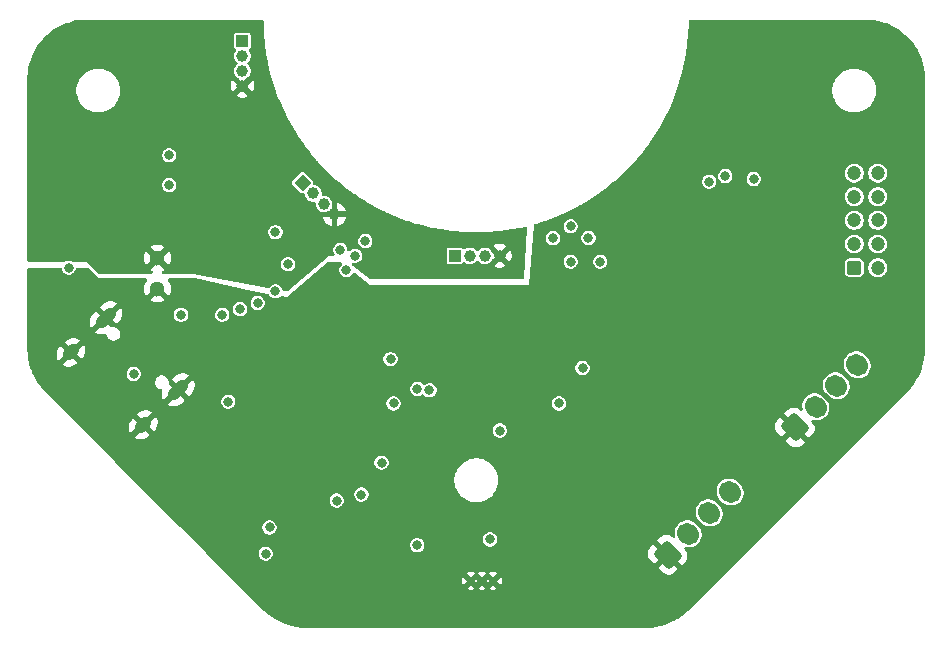
<source format=gbr>
%TF.GenerationSoftware,KiCad,Pcbnew,9.0.3*%
%TF.CreationDate,2025-10-14T09:07:42-04:00*%
%TF.ProjectId,flight_stick,666c6967-6874-45f7-9374-69636b2e6b69,5*%
%TF.SameCoordinates,Original*%
%TF.FileFunction,Copper,L3,Inr*%
%TF.FilePolarity,Positive*%
%FSLAX46Y46*%
G04 Gerber Fmt 4.6, Leading zero omitted, Abs format (unit mm)*
G04 Created by KiCad (PCBNEW 9.0.3) date 2025-10-14 09:07:42*
%MOMM*%
%LPD*%
G01*
G04 APERTURE LIST*
G04 Aperture macros list*
%AMRoundRect*
0 Rectangle with rounded corners*
0 $1 Rounding radius*
0 $2 $3 $4 $5 $6 $7 $8 $9 X,Y pos of 4 corners*
0 Add a 4 corners polygon primitive as box body*
4,1,4,$2,$3,$4,$5,$6,$7,$8,$9,$2,$3,0*
0 Add four circle primitives for the rounded corners*
1,1,$1+$1,$2,$3*
1,1,$1+$1,$4,$5*
1,1,$1+$1,$6,$7*
1,1,$1+$1,$8,$9*
0 Add four rect primitives between the rounded corners*
20,1,$1+$1,$2,$3,$4,$5,0*
20,1,$1+$1,$4,$5,$6,$7,0*
20,1,$1+$1,$6,$7,$8,$9,0*
20,1,$1+$1,$8,$9,$2,$3,0*%
%AMHorizOval*
0 Thick line with rounded ends*
0 $1 width*
0 $2 $3 position (X,Y) of the first rounded end (center of the circle)*
0 $4 $5 position (X,Y) of the second rounded end (center of the circle)*
0 Add line between two ends*
20,1,$1,$2,$3,$4,$5,0*
0 Add two circle primitives to create the rounded ends*
1,1,$1,$2,$3*
1,1,$1,$4,$5*%
%AMRotRect*
0 Rectangle, with rotation*
0 The origin of the aperture is its center*
0 $1 length*
0 $2 width*
0 $3 Rotation angle, in degrees counterclockwise*
0 Add horizontal line*
21,1,$1,$2,0,0,$3*%
G04 Aperture macros list end*
%TA.AperFunction,ComponentPad*%
%ADD10RotRect,1.000000X1.000000X45.000000*%
%TD*%
%TA.AperFunction,ComponentPad*%
%ADD11C,1.000000*%
%TD*%
%TA.AperFunction,ComponentPad*%
%ADD12RoundRect,0.250000X0.088388X-0.936916X0.936916X-0.088388X-0.088388X0.936916X-0.936916X0.088388X0*%
%TD*%
%TA.AperFunction,ComponentPad*%
%ADD13HorizOval,1.700000X-0.088388X0.088388X0.088388X-0.088388X0*%
%TD*%
%TA.AperFunction,HeatsinkPad*%
%ADD14HorizOval,1.000000X-0.388909X-0.388909X0.388909X0.388909X0*%
%TD*%
%TA.AperFunction,HeatsinkPad*%
%ADD15HorizOval,1.000000X-0.212132X-0.212132X0.212132X0.212132X0*%
%TD*%
%TA.AperFunction,ComponentPad*%
%ADD16C,1.300000*%
%TD*%
%TA.AperFunction,HeatsinkPad*%
%ADD17C,0.500000*%
%TD*%
%TA.AperFunction,ComponentPad*%
%ADD18RoundRect,0.250000X0.350000X-0.350000X0.350000X0.350000X-0.350000X0.350000X-0.350000X-0.350000X0*%
%TD*%
%TA.AperFunction,ComponentPad*%
%ADD19C,1.200000*%
%TD*%
%TA.AperFunction,ComponentPad*%
%ADD20R,1.000000X1.000000*%
%TD*%
%TA.AperFunction,ViaPad*%
%ADD21C,0.800000*%
%TD*%
G04 APERTURE END LIST*
D10*
%TO.N,+3.3VA*%
%TO.C,J12*%
X-75596664Y50781787D03*
D11*
%TO.N,Net-(J12-Pin_2)*%
X-74698638Y49883761D03*
%TO.N,Net-(J12-Pin_3)*%
X-73800613Y48985736D03*
%TO.N,GNDA*%
X-72902587Y48087710D03*
%TD*%
D12*
%TO.N,GND*%
%TO.C,J1*%
X-33938121Y30052175D03*
D13*
%TO.N,+12V*%
X-32170354Y31819942D03*
%TO.N,/CAN_IO/CAN_L*%
X-30402587Y33587709D03*
%TO.N,/CAN_IO/CAN_H*%
X-28634820Y35355476D03*
%TD*%
D14*
%TO.N,GND*%
%TO.C,J10*%
X-92244044Y39355655D03*
D15*
X-95199750Y36399948D03*
D14*
X-86134641Y33246252D03*
D15*
X-89090348Y30290546D03*
%TD*%
D16*
%TO.N,GNDA*%
%TO.C,NT1*%
X-87902587Y44387709D03*
%TO.N,GND*%
X-87902587Y41787709D03*
%TD*%
D17*
%TO.N,GND*%
%TO.C,U8*%
X-61371600Y17071599D03*
X-60421600Y17071599D03*
X-59471600Y17071599D03*
%TD*%
D12*
%TO.N,GND*%
%TO.C,J3*%
X-44705888Y19284408D03*
D13*
%TO.N,+12V*%
X-42938121Y21052175D03*
%TO.N,/CAN_IO/CAN_L*%
X-41170354Y22819942D03*
%TO.N,/CAN_IO/CAN_H*%
X-39402587Y24587709D03*
%TD*%
D18*
%TO.N,/MTX_ROW1*%
%TO.C,J2*%
X-28902587Y43587709D03*
D19*
%TO.N,/MTX_COL1*%
X-26902587Y43587709D03*
%TO.N,/MTX_ROW2*%
X-28902587Y45587709D03*
%TO.N,/MTX_COL2*%
X-26902587Y45587709D03*
%TO.N,/MTX_ROW3*%
X-28902587Y47587709D03*
%TO.N,/MTX_COL3*%
X-26902587Y47587709D03*
%TO.N,/MTX_ROW4*%
X-28902587Y49587709D03*
%TO.N,/MTX_COL4*%
X-26902587Y49587709D03*
%TO.N,/MTX_ROW5*%
X-28902587Y51587709D03*
%TO.N,/MTX_COL5*%
X-26902587Y51587709D03*
%TD*%
D20*
%TO.N,+3.3VA*%
%TO.C,J4*%
X-80702587Y62787709D03*
D11*
%TO.N,Net-(J4-Pin_2)*%
X-80702587Y61517709D03*
%TO.N,Net-(J4-Pin_3)*%
X-80702587Y60247709D03*
%TO.N,GNDA*%
X-80702587Y58977709D03*
%TD*%
D20*
%TO.N,+3.3VA*%
%TO.C,J6*%
X-62712586Y44587709D03*
D11*
%TO.N,Net-(J6-Pin_2)*%
X-61442586Y44587709D03*
%TO.N,Net-(J6-Pin_3)*%
X-60172586Y44587709D03*
%TO.N,GNDA*%
X-58902586Y44587709D03*
%TD*%
D21*
%TO.N,+3.3V*%
X-58902587Y29787709D03*
X-81902587Y32237709D03*
X-51902587Y35087709D03*
X-65902587Y20087709D03*
X-72711980Y23861980D03*
X-72402587Y45087709D03*
X-54402587Y46087709D03*
X-68152587Y35837709D03*
%TO.N,GND*%
X-34402587Y61587709D03*
X-60921600Y38771600D03*
X-66402587Y37587709D03*
X-80402587Y33587709D03*
X-44902587Y28587709D03*
X-60921600Y35071600D03*
X-73297256Y42632378D03*
X-44902587Y50087709D03*
X-62821600Y36571600D03*
X-58921600Y36671600D03*
%TO.N,+5V*%
X-89902587Y34587709D03*
X-85902587Y39587709D03*
%TO.N,/ADC_DRDY*%
X-82402587Y39587709D03*
X-70302587Y45837709D03*
%TO.N,/ADC_SCK*%
X-80902587Y40087709D03*
X-71145730Y44587709D03*
%TO.N,+3.3VA*%
X-86902587Y53087709D03*
X-86902587Y50587709D03*
X-77902587Y46587709D03*
%TO.N,/Power/Vin_{pwr}*%
X-95402587Y43587709D03*
X-68921600Y27071600D03*
%TO.N,/EEPROM_SCK*%
X-51402587Y46087709D03*
X-50402587Y44087709D03*
%TO.N,/EEPROM_SDA*%
X-52902587Y44087709D03*
X-52902587Y47087709D03*
%TO.N,/RGB_B*%
X-41180405Y50865527D03*
X-67902587Y32087709D03*
%TO.N,/RGB_R*%
X-65892146Y33307378D03*
X-39810127Y51337709D03*
%TO.N,/RGB_G*%
X-37402587Y51087709D03*
X-64863680Y33207377D03*
%TO.N,/ADC_MISO*%
X-71902587Y43377966D03*
X-79402587Y40587709D03*
%TO.N,/ADC_MOSI*%
X-77902587Y41587709D03*
X-76841320Y43878400D03*
%TO.N,GNDA*%
X-94821600Y49071600D03*
X-78450595Y48439701D03*
%TO.N,/~{RESET}*%
X-70621600Y24371600D03*
X-53902587Y32087709D03*
X-78721600Y19371600D03*
X-78402587Y21587709D03*
%TO.N,Net-(JP1-B)*%
X-59727667Y20571600D03*
%TD*%
%TA.AperFunction,Conductor*%
%TO.N,GNDA*%
G36*
X-78960048Y64567524D02*
G01*
X-78914293Y64514720D01*
X-78903087Y64463209D01*
X-78903087Y64171824D01*
X-78902473Y64158551D01*
X-78864674Y63340949D01*
X-78787928Y62512732D01*
X-78787926Y62512711D01*
X-78673014Y61688933D01*
X-78628109Y61448714D01*
X-78522305Y60882709D01*
X-78520172Y60871303D01*
X-78329742Y60061644D01*
X-78329740Y60061637D01*
X-78102124Y59261650D01*
X-78102115Y59261621D01*
X-77840106Y58479890D01*
X-77837789Y58472979D01*
X-77645920Y57977709D01*
X-77537312Y57697359D01*
X-77201349Y56936477D01*
X-76830610Y56191933D01*
X-76830598Y56191911D01*
X-76425856Y55465259D01*
X-76057465Y54870286D01*
X-75987982Y54758068D01*
X-75987981Y54758066D01*
X-75902862Y54633806D01*
X-75901526Y54631855D01*
X-75900343Y54629980D01*
X-75894975Y54622292D01*
X-75894687Y54621872D01*
X-75894620Y54621775D01*
X-75517922Y54071865D01*
X-75422525Y53945540D01*
X-75421140Y53943706D01*
X-75417118Y53937946D01*
X-75400585Y53916486D01*
X-75400265Y53916063D01*
X-75016671Y53408102D01*
X-75016655Y53408082D01*
X-74910588Y53280350D01*
X-74909126Y53278589D01*
X-74901986Y53269322D01*
X-74875223Y53237762D01*
X-74874819Y53237276D01*
X-74485297Y52768193D01*
X-74485288Y52768183D01*
X-74485287Y52768182D01*
X-74440445Y52718992D01*
X-74366658Y52638052D01*
X-74356081Y52625579D01*
X-74319849Y52586705D01*
X-74266453Y52528132D01*
X-73924967Y52153539D01*
X-73924953Y52153524D01*
X-73924938Y52153508D01*
X-73924918Y52153488D01*
X-73794877Y52023447D01*
X-73780602Y52008131D01*
X-73735678Y51964248D01*
X-73336788Y51565358D01*
X-73195041Y51436139D01*
X-73176815Y51418335D01*
X-73123946Y51371327D01*
X-73123323Y51370759D01*
X-73123322Y51370758D01*
X-72733704Y51015574D01*
X-72722103Y51004999D01*
X-72568405Y50877370D01*
X-72546046Y50857489D01*
X-72486049Y50808983D01*
X-72082195Y50473626D01*
X-72082171Y50473608D01*
X-71917981Y50349617D01*
X-71916342Y50348379D01*
X-71889682Y50326825D01*
X-71823358Y50278161D01*
X-71607288Y50114993D01*
X-71438077Y49987210D01*
X-71418429Y49972373D01*
X-71241920Y49851462D01*
X-71241920Y49851461D01*
X-71240265Y49850327D01*
X-71209166Y49827509D01*
X-71137276Y49779778D01*
X-71136599Y49779314D01*
X-71136523Y49779263D01*
X-70732222Y49502310D01*
X-70541646Y49384311D01*
X-70505994Y49360639D01*
X-70429212Y49314695D01*
X-70025037Y49064440D01*
X-69821964Y48951329D01*
X-69781711Y48927242D01*
X-69700813Y48883849D01*
X-69298385Y48659698D01*
X-69298377Y48659694D01*
X-69298364Y48659687D01*
X-69084517Y48553204D01*
X-69084518Y48553204D01*
X-69082806Y48552352D01*
X-69037911Y48528270D01*
X-68953629Y48488029D01*
X-68952725Y48487579D01*
X-68952700Y48487567D01*
X-68553816Y48288946D01*
X-68447483Y48241995D01*
X-68327413Y48188979D01*
X-68327412Y48188979D01*
X-68325755Y48188247D01*
X-68276227Y48164600D01*
X-68189243Y48127972D01*
X-68188232Y48127525D01*
X-68188231Y48127524D01*
X-68015869Y48051419D01*
X-67792919Y47952977D01*
X-67792915Y47952976D01*
X-67792914Y47952975D01*
X-67554071Y47860446D01*
X-67554070Y47860446D01*
X-67552402Y47859800D01*
X-67498334Y47837032D01*
X-67409363Y47804387D01*
X-67017317Y47652507D01*
X-66764514Y47567776D01*
X-66705943Y47546285D01*
X-66615581Y47517859D01*
X-66228666Y47388178D01*
X-65963716Y47312794D01*
X-65900794Y47292999D01*
X-65809682Y47268967D01*
X-65428649Y47160554D01*
X-65151767Y47095432D01*
X-65084658Y47077730D01*
X-64993360Y47058175D01*
X-64618974Y46970120D01*
X-64618960Y46970118D01*
X-64618949Y46970115D01*
X-64545680Y46956419D01*
X-64330423Y46916181D01*
X-64259329Y46900953D01*
X-64168500Y46885912D01*
X-63801367Y46817283D01*
X-63501453Y46775447D01*
X-63426622Y46763054D01*
X-63336686Y46752463D01*
X-62977574Y46702369D01*
X-62666650Y46673558D01*
X-62588365Y46664338D01*
X-62499892Y46658106D01*
X-62149353Y46625623D01*
X-61827798Y46610757D01*
X-61746404Y46605022D01*
X-61659913Y46602995D01*
X-61318472Y46587209D01*
X-61318468Y46587209D01*
X-60986768Y46587209D01*
X-60902587Y46585235D01*
X-60818406Y46587209D01*
X-60486706Y46587209D01*
X-60486702Y46587209D01*
X-60145301Y46602993D01*
X-60058770Y46605022D01*
X-59977369Y46610757D01*
X-59655821Y46625623D01*
X-59305244Y46658109D01*
X-59216809Y46664338D01*
X-59138536Y46673557D01*
X-58827600Y46702369D01*
X-58468443Y46752470D01*
X-58378552Y46763054D01*
X-58303736Y46775445D01*
X-58003807Y46817283D01*
X-57636668Y46885914D01*
X-57545845Y46900953D01*
X-57474765Y46916178D01*
X-57193593Y46968738D01*
X-57186226Y46970115D01*
X-57186223Y46970116D01*
X-57186200Y46970120D01*
X-56812906Y47057919D01*
X-56810780Y47058397D01*
X-56720516Y47077730D01*
X-56719400Y47078025D01*
X-56716869Y47078568D01*
X-56683434Y47076089D01*
X-56649911Y47074387D01*
X-56648690Y47073512D01*
X-56647191Y47073400D01*
X-56620395Y47053231D01*
X-56593122Y47033682D01*
X-56592568Y47032286D01*
X-56591368Y47031382D01*
X-56579728Y46999922D01*
X-56567356Y46968738D01*
X-56567339Y46966436D01*
X-56567123Y46965854D01*
X-56567327Y46964930D01*
X-56567195Y46947823D01*
X-56893780Y42702199D01*
X-56918548Y42636866D01*
X-56974706Y42595296D01*
X-57017415Y42587709D01*
X-69859090Y42587709D01*
X-69926129Y42607394D01*
X-69936552Y42614881D01*
X-71324371Y43725137D01*
X-59411607Y43725137D01*
X-59376258Y43701517D01*
X-59194280Y43626140D01*
X-59194268Y43626137D01*
X-59001082Y43587710D01*
X-59001078Y43587709D01*
X-58804094Y43587709D01*
X-58804091Y43587710D01*
X-58610905Y43626137D01*
X-58610893Y43626140D01*
X-58428910Y43701519D01*
X-58428906Y43701522D01*
X-58393567Y43725136D01*
X-58393566Y43725137D01*
X-58902585Y44234156D01*
X-58902586Y44234156D01*
X-59411607Y43725137D01*
X-71324371Y43725137D01*
X-71404811Y43789489D01*
X-71444863Y43846740D01*
X-71447606Y43916555D01*
X-71412167Y43976771D01*
X-71349800Y44008268D01*
X-71295261Y44006093D01*
X-71224787Y43987209D01*
X-71224784Y43987209D01*
X-71066675Y43987209D01*
X-71066673Y43987209D01*
X-70913946Y44028132D01*
X-70777014Y44107189D01*
X-70665210Y44218993D01*
X-70586153Y44355925D01*
X-70545230Y44508652D01*
X-70545230Y44666766D01*
X-70586153Y44819493D01*
X-70620735Y44879391D01*
X-70665206Y44956419D01*
X-70665212Y44956427D01*
X-70777013Y45068228D01*
X-70777021Y45068234D01*
X-70844967Y45107462D01*
X-63413086Y45107462D01*
X-63413086Y44067957D01*
X-63401455Y44009480D01*
X-63401454Y44009479D01*
X-63357139Y43943157D01*
X-63290817Y43898842D01*
X-63290816Y43898841D01*
X-63232339Y43887210D01*
X-63232336Y43887209D01*
X-63232334Y43887209D01*
X-62192836Y43887209D01*
X-62192835Y43887210D01*
X-62178018Y43890157D01*
X-62134357Y43898841D01*
X-62134357Y43898842D01*
X-62134355Y43898842D01*
X-62068034Y43943157D01*
X-62035307Y43992136D01*
X-61981697Y44036940D01*
X-61912373Y44045649D01*
X-61863315Y44026347D01*
X-61774404Y43966938D01*
X-61774391Y43966931D01*
X-61665395Y43921784D01*
X-61646914Y43914129D01*
X-61646910Y43914129D01*
X-61646909Y43914128D01*
X-61511582Y43887209D01*
X-61511579Y43887209D01*
X-61373591Y43887209D01*
X-61282545Y43905320D01*
X-61238258Y43914129D01*
X-61139662Y43954969D01*
X-61110782Y43966931D01*
X-61110782Y43966932D01*
X-61110775Y43966934D01*
X-60996044Y44043595D01*
X-60951930Y44087709D01*
X-60895267Y44144371D01*
X-60833944Y44177856D01*
X-60764252Y44172872D01*
X-60719905Y44144371D01*
X-60619132Y44043598D01*
X-60619128Y44043595D01*
X-60504404Y43966938D01*
X-60504391Y43966931D01*
X-60395395Y43921784D01*
X-60376914Y43914129D01*
X-60376910Y43914129D01*
X-60376909Y43914128D01*
X-60241582Y43887209D01*
X-60241579Y43887209D01*
X-60103591Y43887209D01*
X-60074659Y43892964D01*
X-60074659Y43892965D01*
X-59968258Y43914129D01*
X-59869662Y43954969D01*
X-59840782Y43966931D01*
X-59840782Y43966932D01*
X-59840775Y43966934D01*
X-59726044Y44043595D01*
X-59628472Y44141167D01*
X-59551811Y44255898D01*
X-59535694Y44294810D01*
X-59508816Y44335035D01*
X-59256140Y44587710D01*
X-59298926Y44630496D01*
X-59227586Y44630496D01*
X-59227586Y44544922D01*
X-59205437Y44462264D01*
X-59162650Y44388155D01*
X-59102140Y44327645D01*
X-59028031Y44284858D01*
X-58945373Y44262709D01*
X-58859799Y44262709D01*
X-58777141Y44284858D01*
X-58703032Y44327645D01*
X-58642522Y44388155D01*
X-58599735Y44462264D01*
X-58577586Y44544922D01*
X-58577586Y44587710D01*
X-58549033Y44587710D01*
X-58549033Y44587709D01*
X-58040014Y44078689D01*
X-58040013Y44078690D01*
X-58016399Y44114029D01*
X-58016396Y44114033D01*
X-57941017Y44296016D01*
X-57941014Y44296028D01*
X-57902587Y44489214D01*
X-57902586Y44489217D01*
X-57902586Y44686201D01*
X-57902587Y44686205D01*
X-57941014Y44879391D01*
X-57941017Y44879403D01*
X-58016394Y45061381D01*
X-58040014Y45096730D01*
X-58549033Y44587710D01*
X-58577586Y44587710D01*
X-58577586Y44630496D01*
X-58599735Y44713154D01*
X-58642522Y44787263D01*
X-58703032Y44847773D01*
X-58777141Y44890560D01*
X-58859799Y44912709D01*
X-58945373Y44912709D01*
X-59028031Y44890560D01*
X-59102140Y44847773D01*
X-59162650Y44787263D01*
X-59205437Y44713154D01*
X-59227586Y44630496D01*
X-59298926Y44630496D01*
X-59508816Y44840386D01*
X-59535696Y44880615D01*
X-59551811Y44919520D01*
X-59551815Y44919527D01*
X-59628472Y45034251D01*
X-59628475Y45034255D01*
X-59726041Y45131821D01*
X-59726045Y45131824D01*
X-59840769Y45208481D01*
X-59840782Y45208488D01*
X-59968254Y45261288D01*
X-59968266Y45261291D01*
X-60074663Y45282455D01*
X-60074664Y45282455D01*
X-60103591Y45288209D01*
X-60103593Y45288209D01*
X-60241579Y45288209D01*
X-60241581Y45288209D01*
X-60376909Y45261291D01*
X-60376919Y45261288D01*
X-60504391Y45208488D01*
X-60504404Y45208481D01*
X-60619128Y45131824D01*
X-60619132Y45131821D01*
X-60719905Y45031047D01*
X-60781228Y44997562D01*
X-60850920Y45002546D01*
X-60895267Y45031047D01*
X-60996041Y45131821D01*
X-60996045Y45131824D01*
X-61110769Y45208481D01*
X-61110782Y45208488D01*
X-61238254Y45261288D01*
X-61238264Y45261291D01*
X-61373591Y45288209D01*
X-61373593Y45288209D01*
X-61511579Y45288209D01*
X-61511581Y45288209D01*
X-61646909Y45261291D01*
X-61646919Y45261288D01*
X-61774391Y45208488D01*
X-61774409Y45208478D01*
X-61863316Y45149072D01*
X-61929993Y45128194D01*
X-61997373Y45146679D01*
X-62035307Y45183282D01*
X-62068034Y45232261D01*
X-62075440Y45237210D01*
X-62134356Y45276577D01*
X-62134357Y45276578D01*
X-62192834Y45288209D01*
X-62192838Y45288209D01*
X-63232334Y45288209D01*
X-63232339Y45288209D01*
X-63290816Y45276578D01*
X-63290817Y45276577D01*
X-63357139Y45232262D01*
X-63401454Y45165940D01*
X-63401455Y45165939D01*
X-63413086Y45107462D01*
X-70844967Y45107462D01*
X-70913940Y45147283D01*
X-70913944Y45147285D01*
X-70913946Y45147286D01*
X-71066673Y45188209D01*
X-71224787Y45188209D01*
X-71377514Y45147286D01*
X-71377521Y45147283D01*
X-71514440Y45068234D01*
X-71514448Y45068228D01*
X-71590406Y44992269D01*
X-71651729Y44958784D01*
X-71721421Y44963768D01*
X-71777354Y45005640D01*
X-71801771Y45071104D01*
X-71802087Y45079950D01*
X-71802087Y45166764D01*
X-71802087Y45166766D01*
X-71843010Y45319493D01*
X-71864771Y45357185D01*
X-71922063Y45456419D01*
X-71922069Y45456427D01*
X-72033870Y45568228D01*
X-72033878Y45568234D01*
X-72170797Y45647283D01*
X-72170801Y45647285D01*
X-72170803Y45647286D01*
X-72323530Y45688209D01*
X-72481644Y45688209D01*
X-72634371Y45647286D01*
X-72634378Y45647283D01*
X-72771297Y45568234D01*
X-72771305Y45568228D01*
X-72883106Y45456427D01*
X-72883112Y45456419D01*
X-72962161Y45319500D01*
X-72962164Y45319493D01*
X-73003087Y45166766D01*
X-73003087Y45008652D01*
X-72968451Y44879391D01*
X-72962164Y44855926D01*
X-72962163Y44855923D01*
X-72914697Y44773709D01*
X-72898224Y44705808D01*
X-72921077Y44639782D01*
X-72975998Y44596591D01*
X-73022084Y44587709D01*
X-73402585Y44587709D01*
X-73402587Y44587709D01*
X-73402588Y44587709D01*
X-73402589Y44587708D01*
X-76858622Y41625394D01*
X-76922333Y41596711D01*
X-76959706Y41597229D01*
X-77219859Y41640589D01*
X-77282750Y41671027D01*
X-77319201Y41730635D01*
X-77343010Y41819493D01*
X-77367576Y41862043D01*
X-77422063Y41956419D01*
X-77422069Y41956427D01*
X-77533870Y42068228D01*
X-77533878Y42068234D01*
X-77670797Y42147283D01*
X-77670801Y42147285D01*
X-77670803Y42147286D01*
X-77823530Y42188209D01*
X-77981644Y42188209D01*
X-78134371Y42147286D01*
X-78134378Y42147283D01*
X-78271297Y42068234D01*
X-78271305Y42068228D01*
X-78383106Y41956427D01*
X-78383110Y41956422D01*
X-78404361Y41919613D01*
X-78454928Y41871397D01*
X-78523535Y41858175D01*
X-78532133Y41859300D01*
X-79900619Y42087381D01*
X-79904552Y42088102D01*
X-84902587Y43087709D01*
X-87404389Y43087709D01*
X-87471428Y43107394D01*
X-87517183Y43160198D01*
X-87527127Y43229356D01*
X-87498102Y43292912D01*
X-87460685Y43322193D01*
X-87299858Y43404141D01*
X-87284055Y43415624D01*
X-87284054Y43415624D01*
X-87773177Y43904747D01*
X-87709594Y43921784D01*
X-87595580Y43987610D01*
X-87502488Y44080702D01*
X-87436662Y44194716D01*
X-87419625Y44258299D01*
X-86930502Y43769176D01*
X-86930502Y43769177D01*
X-86919019Y43784979D01*
X-86836842Y43946257D01*
X-86836841Y43946262D01*
X-86833203Y43957457D01*
X-77441820Y43957457D01*
X-77441820Y43799343D01*
X-77413247Y43692709D01*
X-77400897Y43646617D01*
X-77400894Y43646610D01*
X-77321845Y43509691D01*
X-77321841Y43509686D01*
X-77321840Y43509684D01*
X-77210036Y43397880D01*
X-77210034Y43397879D01*
X-77210030Y43397876D01*
X-77123317Y43347813D01*
X-77073104Y43318823D01*
X-76920377Y43277900D01*
X-76920375Y43277900D01*
X-76762265Y43277900D01*
X-76762263Y43277900D01*
X-76609536Y43318823D01*
X-76472604Y43397880D01*
X-76360800Y43509684D01*
X-76281743Y43646616D01*
X-76240820Y43799343D01*
X-76240820Y43957457D01*
X-76281743Y44110184D01*
X-76284519Y44114993D01*
X-76360796Y44247110D01*
X-76360802Y44247118D01*
X-76472603Y44358919D01*
X-76472611Y44358925D01*
X-76609530Y44437974D01*
X-76609534Y44437976D01*
X-76609536Y44437977D01*
X-76762263Y44478900D01*
X-76920377Y44478900D01*
X-77073104Y44437977D01*
X-77073111Y44437974D01*
X-77210030Y44358925D01*
X-77210038Y44358919D01*
X-77321839Y44247118D01*
X-77321845Y44247110D01*
X-77400894Y44110191D01*
X-77400897Y44110184D01*
X-77441820Y43957457D01*
X-86833203Y43957457D01*
X-86818111Y44003903D01*
X-86818110Y44003905D01*
X-86780905Y44118414D01*
X-86752587Y44297203D01*
X-86752587Y44478216D01*
X-86780905Y44657003D01*
X-86836839Y44829154D01*
X-86836840Y44829157D01*
X-86919016Y44990434D01*
X-86919021Y44990442D01*
X-86930502Y45006243D01*
X-87419625Y44517120D01*
X-87436662Y44580702D01*
X-87502488Y44694716D01*
X-87595580Y44787808D01*
X-87709594Y44853634D01*
X-87773178Y44870672D01*
X-87284054Y45359796D01*
X-87299857Y45371278D01*
X-87461140Y45453457D01*
X-87461143Y45453458D01*
X-87633294Y45509392D01*
X-87812081Y45537709D01*
X-87993093Y45537709D01*
X-88171881Y45509392D01*
X-88344032Y45453458D01*
X-88344040Y45453455D01*
X-88505318Y45371277D01*
X-88521121Y45359797D01*
X-88521121Y45359796D01*
X-88031996Y44870672D01*
X-88095580Y44853634D01*
X-88209594Y44787808D01*
X-88302686Y44694716D01*
X-88368512Y44580702D01*
X-88385550Y44517119D01*
X-88874674Y45006243D01*
X-88874675Y45006243D01*
X-88886155Y44990440D01*
X-88968333Y44829162D01*
X-88968336Y44829154D01*
X-89024270Y44657003D01*
X-89052587Y44478216D01*
X-89052587Y44297203D01*
X-89024270Y44118416D01*
X-88968336Y43946265D01*
X-88968335Y43946262D01*
X-88886156Y43784979D01*
X-88874674Y43769177D01*
X-88874674Y43769176D01*
X-88385550Y44258300D01*
X-88368512Y44194716D01*
X-88302686Y44080702D01*
X-88209594Y43987610D01*
X-88095580Y43921784D01*
X-88031997Y43904747D01*
X-88521121Y43415624D01*
X-88521121Y43415623D01*
X-88505320Y43404143D01*
X-88505312Y43404138D01*
X-88344490Y43322194D01*
X-88293694Y43274219D01*
X-88276899Y43206398D01*
X-88299437Y43140263D01*
X-88354152Y43096812D01*
X-88400785Y43087709D01*
X-92851225Y43087709D01*
X-92918264Y43107394D01*
X-92938906Y43124028D01*
X-93902587Y44087709D01*
X-95034387Y44087709D01*
X-95096387Y44104322D01*
X-95151674Y44136242D01*
X-95170801Y44147285D01*
X-95170802Y44147286D01*
X-95170803Y44147286D01*
X-95323530Y44188209D01*
X-95481644Y44188209D01*
X-95634371Y44147286D01*
X-95634374Y44147285D01*
X-95684376Y44118416D01*
X-95708788Y44104322D01*
X-95770787Y44087709D01*
X-98778087Y44087709D01*
X-98845126Y44107394D01*
X-98890881Y44160198D01*
X-98902087Y44211709D01*
X-98902087Y45916766D01*
X-70903087Y45916766D01*
X-70903087Y45758652D01*
X-70872986Y45646316D01*
X-70862164Y45605926D01*
X-70862161Y45605919D01*
X-70783112Y45469000D01*
X-70783108Y45468995D01*
X-70783107Y45468993D01*
X-70671303Y45357189D01*
X-70671301Y45357188D01*
X-70671297Y45357185D01*
X-70582422Y45305874D01*
X-70534371Y45278132D01*
X-70381644Y45237209D01*
X-70381642Y45237209D01*
X-70223532Y45237209D01*
X-70223530Y45237209D01*
X-70070803Y45278132D01*
X-69933871Y45357189D01*
X-69840777Y45450283D01*
X-59411608Y45450283D01*
X-58902586Y44941263D01*
X-58902585Y44941263D01*
X-58393566Y45450283D01*
X-58428911Y45473900D01*
X-58428913Y45473901D01*
X-58610893Y45549279D01*
X-58610905Y45549282D01*
X-58804091Y45587709D01*
X-59001082Y45587709D01*
X-59194268Y45549282D01*
X-59194276Y45549280D01*
X-59376261Y45473900D01*
X-59376268Y45473896D01*
X-59411607Y45450283D01*
X-59411608Y45450283D01*
X-69840777Y45450283D01*
X-69822067Y45468993D01*
X-69743010Y45605925D01*
X-69702087Y45758652D01*
X-69702087Y45916766D01*
X-69743010Y46069493D01*
X-69764771Y46107185D01*
X-69822063Y46206419D01*
X-69822069Y46206427D01*
X-69933870Y46318228D01*
X-69933878Y46318234D01*
X-70070797Y46397283D01*
X-70070801Y46397285D01*
X-70070803Y46397286D01*
X-70223530Y46438209D01*
X-70381644Y46438209D01*
X-70534371Y46397286D01*
X-70534378Y46397283D01*
X-70671297Y46318234D01*
X-70671305Y46318228D01*
X-70783106Y46206427D01*
X-70783112Y46206419D01*
X-70862161Y46069500D01*
X-70862164Y46069493D01*
X-70903087Y45916766D01*
X-98902087Y45916766D01*
X-98902087Y46666766D01*
X-78503087Y46666766D01*
X-78503087Y46508652D01*
X-78473246Y46397286D01*
X-78462164Y46355926D01*
X-78462161Y46355919D01*
X-78383112Y46219000D01*
X-78383108Y46218995D01*
X-78383107Y46218993D01*
X-78271303Y46107189D01*
X-78271301Y46107188D01*
X-78271297Y46107185D01*
X-78172035Y46049877D01*
X-78134371Y46028132D01*
X-77981644Y45987209D01*
X-77981642Y45987209D01*
X-77823532Y45987209D01*
X-77823530Y45987209D01*
X-77670803Y46028132D01*
X-77663617Y46032282D01*
X-77663614Y46032282D01*
X-77533878Y46107185D01*
X-77533879Y46107185D01*
X-77533871Y46107189D01*
X-77422067Y46218993D01*
X-77343010Y46355925D01*
X-77302087Y46508652D01*
X-77302087Y46666766D01*
X-77343010Y46819493D01*
X-77381220Y46885676D01*
X-77422063Y46956419D01*
X-77422069Y46956427D01*
X-77533870Y47068228D01*
X-77533878Y47068234D01*
X-77670797Y47147283D01*
X-77670801Y47147285D01*
X-77670803Y47147286D01*
X-77823530Y47188209D01*
X-77981644Y47188209D01*
X-78134371Y47147286D01*
X-78134378Y47147283D01*
X-78271297Y47068234D01*
X-78271305Y47068228D01*
X-78383106Y46956427D01*
X-78383112Y46956419D01*
X-78462161Y46819500D01*
X-78462164Y46819493D01*
X-78503087Y46666766D01*
X-98902087Y46666766D01*
X-98902087Y47837710D01*
X-73872449Y47837710D01*
X-73864157Y47796020D01*
X-73864157Y47796018D01*
X-73788780Y47614039D01*
X-73788773Y47614026D01*
X-73679339Y47450248D01*
X-73679336Y47450244D01*
X-73540054Y47310962D01*
X-73540050Y47310959D01*
X-73376272Y47201525D01*
X-73376259Y47201518D01*
X-73194279Y47126141D01*
X-73152587Y47117848D01*
X-72652587Y47117848D01*
X-72610897Y47126141D01*
X-72610895Y47126141D01*
X-72428916Y47201518D01*
X-72428903Y47201525D01*
X-72265125Y47310959D01*
X-72265121Y47310962D01*
X-72125839Y47450244D01*
X-72125836Y47450248D01*
X-72016402Y47614026D01*
X-72016395Y47614039D01*
X-71941018Y47796018D01*
X-71941018Y47796020D01*
X-71932725Y47837710D01*
X-72652587Y47837710D01*
X-72652587Y47117848D01*
X-73152587Y47117848D01*
X-73152587Y47837710D01*
X-73872449Y47837710D01*
X-98902087Y47837710D01*
X-98902087Y48130497D01*
X-73227587Y48130497D01*
X-73227587Y48044923D01*
X-73205438Y47962265D01*
X-73162651Y47888156D01*
X-73102141Y47827646D01*
X-73028032Y47784859D01*
X-72945374Y47762710D01*
X-72859800Y47762710D01*
X-72777142Y47784859D01*
X-72703033Y47827646D01*
X-72642523Y47888156D01*
X-72599736Y47962265D01*
X-72577587Y48044923D01*
X-72577587Y48130497D01*
X-72599736Y48213155D01*
X-72642523Y48287264D01*
X-72692969Y48337710D01*
X-72652587Y48337710D01*
X-71932725Y48337710D01*
X-71941018Y48379401D01*
X-71941018Y48379403D01*
X-72016395Y48561382D01*
X-72016402Y48561395D01*
X-72125836Y48725173D01*
X-72125839Y48725177D01*
X-72265121Y48864459D01*
X-72265125Y48864462D01*
X-72428903Y48973896D01*
X-72428916Y48973903D01*
X-72610896Y49049281D01*
X-72610904Y49049283D01*
X-72652587Y49057575D01*
X-72652587Y48337710D01*
X-72692969Y48337710D01*
X-72703033Y48347774D01*
X-72777142Y48390561D01*
X-72859800Y48412710D01*
X-72945374Y48412710D01*
X-73028032Y48390561D01*
X-73102141Y48347774D01*
X-73162651Y48287264D01*
X-73205438Y48213155D01*
X-73227587Y48130497D01*
X-98902087Y48130497D01*
X-98902087Y50666766D01*
X-87503087Y50666766D01*
X-87503087Y50508653D01*
X-87462164Y50355926D01*
X-87462161Y50355919D01*
X-87383112Y50219000D01*
X-87383108Y50218995D01*
X-87383107Y50218993D01*
X-87271303Y50107189D01*
X-87271301Y50107188D01*
X-87271297Y50107185D01*
X-87172035Y50049877D01*
X-87134371Y50028132D01*
X-86981644Y49987209D01*
X-86981642Y49987209D01*
X-86823532Y49987209D01*
X-86823530Y49987209D01*
X-86670803Y50028132D01*
X-86533871Y50107189D01*
X-86422067Y50218993D01*
X-86343010Y50355925D01*
X-86302087Y50508652D01*
X-86302087Y50666766D01*
X-86332907Y50781787D01*
X-76508198Y50781787D01*
X-76492638Y50703555D01*
X-76459509Y50653974D01*
X-75724478Y49918943D01*
X-75674897Y49885814D01*
X-75674895Y49885813D01*
X-75596664Y49870253D01*
X-75538887Y49881745D01*
X-75469297Y49875516D01*
X-75414121Y49832653D01*
X-75393082Y49784319D01*
X-75372220Y49679439D01*
X-75372217Y49679429D01*
X-75319417Y49551957D01*
X-75319410Y49551944D01*
X-75242753Y49437220D01*
X-75242750Y49437216D01*
X-75145184Y49339650D01*
X-75145180Y49339647D01*
X-75030456Y49262990D01*
X-75030443Y49262983D01*
X-74902971Y49210183D01*
X-74902966Y49210181D01*
X-74902962Y49210181D01*
X-74902961Y49210180D01*
X-74767634Y49183261D01*
X-74625113Y49183261D01*
X-74558074Y49163576D01*
X-74512319Y49110772D01*
X-74501113Y49059261D01*
X-74501113Y49054729D01*
X-74501113Y48916743D01*
X-74501113Y48916741D01*
X-74501114Y48916741D01*
X-74474195Y48781414D01*
X-74474192Y48781404D01*
X-74421392Y48653932D01*
X-74421385Y48653919D01*
X-74344728Y48539195D01*
X-74344725Y48539191D01*
X-74247159Y48441625D01*
X-74247155Y48441622D01*
X-74132431Y48364965D01*
X-74132418Y48364958D01*
X-74004946Y48312158D01*
X-74004941Y48312156D01*
X-74004937Y48312156D01*
X-74004936Y48312155D01*
X-73869609Y48285236D01*
X-73869606Y48285236D01*
X-73731618Y48285236D01*
X-73640572Y48303347D01*
X-73596285Y48312156D01*
X-73576614Y48320304D01*
X-73557379Y48328271D01*
X-73509927Y48337710D01*
X-73152587Y48337710D01*
X-73152587Y48695050D01*
X-73143148Y48742502D01*
X-73127035Y48781404D01*
X-73127033Y48781408D01*
X-73115072Y48841541D01*
X-73100113Y48916741D01*
X-73100113Y49054732D01*
X-73100114Y49054734D01*
X-73107532Y49092031D01*
X-73127032Y49190059D01*
X-73127033Y49190060D01*
X-73127033Y49190064D01*
X-73127035Y49190069D01*
X-73179835Y49317541D01*
X-73179842Y49317554D01*
X-73256499Y49432278D01*
X-73256502Y49432282D01*
X-73354068Y49529848D01*
X-73354072Y49529851D01*
X-73468796Y49606508D01*
X-73468809Y49606515D01*
X-73596281Y49659315D01*
X-73596291Y49659318D01*
X-73731618Y49686236D01*
X-73731620Y49686236D01*
X-73869606Y49686236D01*
X-73874138Y49686236D01*
X-73941177Y49705921D01*
X-73986932Y49758725D01*
X-73998138Y49810236D01*
X-73998138Y49952757D01*
X-74025057Y50088084D01*
X-74025058Y50088085D01*
X-74025058Y50088089D01*
X-74032970Y50107191D01*
X-74077860Y50215566D01*
X-74077867Y50215579D01*
X-74154524Y50330303D01*
X-74154527Y50330307D01*
X-74252093Y50427873D01*
X-74252097Y50427876D01*
X-74366821Y50504533D01*
X-74366834Y50504540D01*
X-74494306Y50557340D01*
X-74494316Y50557343D01*
X-74599196Y50578205D01*
X-74661107Y50610590D01*
X-74695681Y50671306D01*
X-74696622Y50724009D01*
X-74685130Y50781787D01*
X-74700690Y50860018D01*
X-74733818Y50909598D01*
X-74733820Y50909601D01*
X-75468851Y51644632D01*
X-75518432Y51677761D01*
X-75596664Y51693321D01*
X-75674897Y51677761D01*
X-75724478Y51644632D01*
X-76459509Y50909601D01*
X-76492638Y50860020D01*
X-76508198Y50781787D01*
X-86332907Y50781787D01*
X-86343010Y50819493D01*
X-86376442Y50877400D01*
X-86422063Y50956419D01*
X-86422069Y50956427D01*
X-86533870Y51068228D01*
X-86533878Y51068234D01*
X-86670797Y51147283D01*
X-86670801Y51147285D01*
X-86670803Y51147286D01*
X-86823530Y51188209D01*
X-86981644Y51188209D01*
X-87134371Y51147286D01*
X-87134378Y51147283D01*
X-87271297Y51068234D01*
X-87271305Y51068228D01*
X-87383106Y50956427D01*
X-87383112Y50956419D01*
X-87462161Y50819500D01*
X-87462164Y50819493D01*
X-87503087Y50666766D01*
X-98902087Y50666766D01*
X-98902087Y53166766D01*
X-87503087Y53166766D01*
X-87503087Y53008653D01*
X-87462164Y52855926D01*
X-87462161Y52855919D01*
X-87383112Y52719000D01*
X-87383108Y52718995D01*
X-87383107Y52718993D01*
X-87271303Y52607189D01*
X-87271301Y52607188D01*
X-87271297Y52607185D01*
X-87234897Y52586170D01*
X-87134371Y52528132D01*
X-86981644Y52487209D01*
X-86981642Y52487209D01*
X-86823532Y52487209D01*
X-86823530Y52487209D01*
X-86670803Y52528132D01*
X-86533871Y52607189D01*
X-86422067Y52718993D01*
X-86343010Y52855925D01*
X-86302087Y53008652D01*
X-86302087Y53166766D01*
X-86343010Y53319493D01*
X-86343014Y53319500D01*
X-86422063Y53456419D01*
X-86422069Y53456427D01*
X-86533870Y53568228D01*
X-86533878Y53568234D01*
X-86670797Y53647283D01*
X-86670801Y53647285D01*
X-86670803Y53647286D01*
X-86823530Y53688209D01*
X-86981644Y53688209D01*
X-87134371Y53647286D01*
X-87134378Y53647283D01*
X-87271297Y53568234D01*
X-87271305Y53568228D01*
X-87383106Y53456427D01*
X-87383112Y53456419D01*
X-87462161Y53319500D01*
X-87462164Y53319493D01*
X-87503087Y53166766D01*
X-98902087Y53166766D01*
X-98902087Y58708998D01*
X-94753087Y58708998D01*
X-94753087Y58466421D01*
X-94721426Y58225924D01*
X-94658640Y57991605D01*
X-94603540Y57858582D01*
X-94565811Y57767497D01*
X-94444523Y57557420D01*
X-94444521Y57557417D01*
X-94444520Y57557416D01*
X-94296854Y57364973D01*
X-94296848Y57364966D01*
X-94125331Y57193449D01*
X-94125325Y57193444D01*
X-93932876Y57045773D01*
X-93722799Y56924485D01*
X-93498687Y56831655D01*
X-93264376Y56768871D01*
X-93084001Y56745125D01*
X-93023876Y56737209D01*
X-93023875Y56737209D01*
X-92781298Y56737209D01*
X-92733199Y56743542D01*
X-92540798Y56768871D01*
X-92306487Y56831655D01*
X-92082375Y56924485D01*
X-91872298Y57045773D01*
X-91679849Y57193444D01*
X-91508322Y57364971D01*
X-91360651Y57557420D01*
X-91239363Y57767497D01*
X-91146533Y57991609D01*
X-91113433Y58115137D01*
X-81211608Y58115137D01*
X-81176259Y58091517D01*
X-80994281Y58016140D01*
X-80994269Y58016137D01*
X-80801083Y57977710D01*
X-80801079Y57977709D01*
X-80604095Y57977709D01*
X-80604092Y57977710D01*
X-80410906Y58016137D01*
X-80410894Y58016140D01*
X-80228911Y58091519D01*
X-80228907Y58091522D01*
X-80193568Y58115136D01*
X-80193567Y58115137D01*
X-80702586Y58624156D01*
X-80702587Y58624156D01*
X-81211608Y58115137D01*
X-91113433Y58115137D01*
X-91083749Y58225920D01*
X-91052087Y58466421D01*
X-91052087Y58708997D01*
X-91053226Y58717645D01*
X-91074496Y58879214D01*
X-91083749Y58949498D01*
X-91117700Y59076205D01*
X-81702587Y59076205D01*
X-81702587Y58879214D01*
X-81664160Y58686028D01*
X-81664157Y58686016D01*
X-81588779Y58504036D01*
X-81588778Y58504034D01*
X-81565162Y58468690D01*
X-81056141Y58977709D01*
X-81056141Y58977710D01*
X-81098927Y59020496D01*
X-81027587Y59020496D01*
X-81027587Y58934922D01*
X-81005438Y58852264D01*
X-80962651Y58778155D01*
X-80902141Y58717645D01*
X-80828032Y58674858D01*
X-80745374Y58652709D01*
X-80659800Y58652709D01*
X-80577142Y58674858D01*
X-80503033Y58717645D01*
X-80442523Y58778155D01*
X-80399736Y58852264D01*
X-80377587Y58934922D01*
X-80377587Y58977710D01*
X-80349034Y58977710D01*
X-80349034Y58977709D01*
X-79840015Y58468689D01*
X-79840014Y58468690D01*
X-79816400Y58504029D01*
X-79816397Y58504033D01*
X-79741018Y58686016D01*
X-79741015Y58686028D01*
X-79702588Y58879214D01*
X-79702587Y58879217D01*
X-79702587Y59076201D01*
X-79702588Y59076205D01*
X-79741015Y59269391D01*
X-79741018Y59269403D01*
X-79816395Y59451381D01*
X-79840015Y59486730D01*
X-80349034Y58977710D01*
X-80377587Y58977710D01*
X-80377587Y59020496D01*
X-80399736Y59103154D01*
X-80442523Y59177263D01*
X-80503033Y59237773D01*
X-80577142Y59280560D01*
X-80659800Y59302709D01*
X-80745374Y59302709D01*
X-80828032Y59280560D01*
X-80902141Y59237773D01*
X-80962651Y59177263D01*
X-81005438Y59103154D01*
X-81027587Y59020496D01*
X-81098927Y59020496D01*
X-81565161Y59486731D01*
X-81565161Y59486730D01*
X-81588774Y59451391D01*
X-81588778Y59451384D01*
X-81664158Y59269399D01*
X-81664160Y59269391D01*
X-81702587Y59076205D01*
X-91117700Y59076205D01*
X-91146533Y59183809D01*
X-91239363Y59407921D01*
X-91360651Y59617998D01*
X-91508322Y59810447D01*
X-91508327Y59810453D01*
X-91679844Y59981970D01*
X-91679851Y59981976D01*
X-91872294Y60129642D01*
X-91872295Y60129643D01*
X-91872298Y60129645D01*
X-92082375Y60250933D01*
X-92082382Y60250936D01*
X-92306483Y60343762D01*
X-92540802Y60406548D01*
X-92781298Y60438209D01*
X-92781299Y60438209D01*
X-93023875Y60438209D01*
X-93023876Y60438209D01*
X-93264373Y60406548D01*
X-93498692Y60343762D01*
X-93722793Y60250936D01*
X-93722802Y60250932D01*
X-93932881Y60129642D01*
X-94125324Y59981976D01*
X-94125331Y59981970D01*
X-94296848Y59810453D01*
X-94296854Y59810446D01*
X-94444520Y59618003D01*
X-94565810Y59407924D01*
X-94565814Y59407915D01*
X-94658640Y59183814D01*
X-94721426Y58949495D01*
X-94753087Y58708998D01*
X-98902087Y58708998D01*
X-98902087Y59585147D01*
X-98901981Y59590271D01*
X-98897294Y59703595D01*
X-98886690Y59959955D01*
X-98886327Y59965595D01*
X-98879359Y60045243D01*
X-98878891Y60049660D01*
X-98838146Y60376532D01*
X-98837229Y60382623D01*
X-98824152Y60456789D01*
X-98823435Y60460508D01*
X-98754697Y60788331D01*
X-98753128Y60794905D01*
X-98735903Y60859189D01*
X-98735014Y60862335D01*
X-98636770Y61192326D01*
X-98634466Y61199298D01*
X-98616680Y61248163D01*
X-98615723Y61250700D01*
X-98538457Y61448714D01*
X-81403088Y61448714D01*
X-81376169Y61313387D01*
X-81376166Y61313377D01*
X-81323366Y61185905D01*
X-81323359Y61185892D01*
X-81246702Y61071168D01*
X-81246699Y61071164D01*
X-81145925Y60970390D01*
X-81112440Y60909067D01*
X-81117424Y60839375D01*
X-81145925Y60795028D01*
X-81246699Y60694255D01*
X-81246702Y60694251D01*
X-81323359Y60579527D01*
X-81323366Y60579514D01*
X-81376166Y60452042D01*
X-81376169Y60452032D01*
X-81403087Y60316705D01*
X-81403087Y60316702D01*
X-81403087Y60178716D01*
X-81403087Y60178714D01*
X-81403088Y60178714D01*
X-81376169Y60043387D01*
X-81376166Y60043377D01*
X-81323366Y59915905D01*
X-81323359Y59915892D01*
X-81246702Y59801168D01*
X-81246699Y59801164D01*
X-81149133Y59703598D01*
X-81149129Y59703595D01*
X-81034405Y59626938D01*
X-81034398Y59626934D01*
X-80995493Y59610819D01*
X-80955264Y59583939D01*
X-80702588Y59331264D01*
X-80449913Y59583939D01*
X-80409688Y59610817D01*
X-80370776Y59626934D01*
X-80256045Y59703595D01*
X-80158473Y59801167D01*
X-80081812Y59915898D01*
X-80029007Y60043381D01*
X-80020198Y60087668D01*
X-80002087Y60178714D01*
X-80002087Y60316705D01*
X-80029006Y60452032D01*
X-80029007Y60452033D01*
X-80029007Y60452037D01*
X-80035086Y60466714D01*
X-80081809Y60579514D01*
X-80081816Y60579527D01*
X-80158473Y60694251D01*
X-80158476Y60694255D01*
X-80259249Y60795028D01*
X-80292734Y60856351D01*
X-80287750Y60926043D01*
X-80259249Y60970390D01*
X-80158476Y61071164D01*
X-80158473Y61071167D01*
X-80081812Y61185898D01*
X-80029007Y61313381D01*
X-80002087Y61448716D01*
X-80002087Y61586702D01*
X-80002087Y61586705D01*
X-80029006Y61722032D01*
X-80029007Y61722033D01*
X-80029007Y61722037D01*
X-80029009Y61722042D01*
X-80081809Y61849514D01*
X-80081816Y61849527D01*
X-80141225Y61938438D01*
X-80162103Y62005115D01*
X-80143619Y62072495D01*
X-80107015Y62110430D01*
X-80058035Y62143157D01*
X-80013720Y62209478D01*
X-80013720Y62209480D01*
X-80013719Y62209480D01*
X-80002088Y62267957D01*
X-80002087Y62267959D01*
X-80002087Y63307460D01*
X-80002088Y63307462D01*
X-80013719Y63365939D01*
X-80013720Y63365940D01*
X-80058035Y63432262D01*
X-80124357Y63476577D01*
X-80124358Y63476578D01*
X-80182835Y63488209D01*
X-80182839Y63488209D01*
X-81222335Y63488209D01*
X-81222340Y63488209D01*
X-81280817Y63476578D01*
X-81280818Y63476577D01*
X-81347140Y63432262D01*
X-81391455Y63365940D01*
X-81391456Y63365939D01*
X-81403087Y63307462D01*
X-81403087Y62267957D01*
X-81391456Y62209480D01*
X-81391455Y62209479D01*
X-81351425Y62149572D01*
X-81347139Y62143157D01*
X-81298161Y62110430D01*
X-81253356Y62056820D01*
X-81244649Y61987495D01*
X-81263950Y61938439D01*
X-81323356Y61849532D01*
X-81323366Y61849514D01*
X-81376166Y61722042D01*
X-81376169Y61722032D01*
X-81403087Y61586705D01*
X-81403087Y61586702D01*
X-81403087Y61448716D01*
X-81403087Y61448714D01*
X-81403088Y61448714D01*
X-98538457Y61448714D01*
X-98485094Y61585471D01*
X-98482003Y61592699D01*
X-98470162Y61618092D01*
X-98469211Y61620080D01*
X-98357047Y61849514D01*
X-98301762Y61962603D01*
X-98296895Y61971598D01*
X-98090620Y62317769D01*
X-98085028Y62326328D01*
X-97850864Y62654294D01*
X-97844573Y62662375D01*
X-97584139Y62969868D01*
X-97577222Y62977382D01*
X-97292273Y63262330D01*
X-97284745Y63269259D01*
X-97239645Y63307457D01*
X-96977229Y63529712D01*
X-96969192Y63535968D01*
X-96641196Y63770150D01*
X-96632667Y63775722D01*
X-96286458Y63982016D01*
X-96277515Y63986856D01*
X-95934763Y64154417D01*
X-95933060Y64155231D01*
X-95907585Y64167110D01*
X-95900367Y64170197D01*
X-95565502Y64300861D01*
X-95563045Y64301786D01*
X-95514174Y64319574D01*
X-95507207Y64321876D01*
X-95177220Y64420117D01*
X-95174058Y64421011D01*
X-95109798Y64438230D01*
X-95103211Y64439802D01*
X-94775394Y64508537D01*
X-94771686Y64509252D01*
X-94697501Y64522332D01*
X-94691383Y64523253D01*
X-94364522Y64563995D01*
X-94360169Y64564456D01*
X-94280438Y64571431D01*
X-94274852Y64571791D01*
X-94016026Y64582496D01*
X-93904606Y64587103D01*
X-93899482Y64587209D01*
X-79027087Y64587209D01*
X-78960048Y64567524D01*
G37*
%TD.AperFunction*%
%TD*%
%TA.AperFunction,Conductor*%
%TO.N,GND*%
G36*
X-27900025Y64587103D02*
G01*
X-27888035Y64586608D01*
X-27532203Y64571889D01*
X-27526594Y64571528D01*
X-27442739Y64564192D01*
X-27438296Y64563721D01*
X-27169771Y64530248D01*
X-27115493Y64523482D01*
X-27109301Y64522550D01*
X-27087723Y64518746D01*
X-27030960Y64508737D01*
X-27027151Y64508003D01*
X-26703487Y64440137D01*
X-26696893Y64438563D01*
X-26628134Y64420139D01*
X-26625004Y64419254D01*
X-26299354Y64322303D01*
X-26292377Y64319998D01*
X-26238669Y64300449D01*
X-26236080Y64299472D01*
X-25906099Y64170713D01*
X-25898802Y64167592D01*
X-25867980Y64153220D01*
X-25866130Y64152336D01*
X-25527699Y63986887D01*
X-25518697Y63982016D01*
X-25172521Y63775739D01*
X-25163953Y63770141D01*
X-24835998Y63535986D01*
X-24827923Y63529700D01*
X-24565522Y63307457D01*
X-24520438Y63269273D01*
X-24512898Y63262332D01*
X-24227968Y62977401D01*
X-24221027Y62969861D01*
X-23960604Y62662381D01*
X-23954311Y62654296D01*
X-23853221Y62512711D01*
X-23720162Y62326351D01*
X-23714556Y62317771D01*
X-23508289Y61971610D01*
X-23503411Y61962596D01*
X-23338012Y61624266D01*
X-23337031Y61622212D01*
X-23322714Y61591510D01*
X-23319579Y61584179D01*
X-23190828Y61254220D01*
X-23189841Y61251603D01*
X-23176992Y61216302D01*
X-23170316Y61197959D01*
X-23167994Y61190932D01*
X-23071074Y60865387D01*
X-23070144Y60862098D01*
X-23051742Y60793420D01*
X-23050156Y60786774D01*
X-22982317Y60463240D01*
X-22981562Y60459325D01*
X-22967747Y60380975D01*
X-22966815Y60374781D01*
X-22926587Y60052051D01*
X-22926107Y60047521D01*
X-22918777Y59963742D01*
X-22918411Y59958059D01*
X-22903193Y59590176D01*
X-22903087Y59585051D01*
X-22903087Y36661204D01*
X-22903183Y36656335D01*
X-22917013Y36304413D01*
X-22917389Y36298473D01*
X-22924791Y36213880D01*
X-22925179Y36210114D01*
X-22961936Y35899558D01*
X-22962960Y35892602D01*
X-22974300Y35828286D01*
X-22974799Y35825625D01*
X-23039975Y35497973D01*
X-23041817Y35490073D01*
X-23044226Y35481082D01*
X-23044657Y35479515D01*
X-23146461Y35118549D01*
X-23149469Y35109289D01*
X-23281973Y34750125D01*
X-23285699Y34741130D01*
X-23445969Y34393479D01*
X-23450390Y34384803D01*
X-23633693Y34057496D01*
X-23634497Y34056082D01*
X-23639100Y34048110D01*
X-23643383Y34041223D01*
X-23829006Y33763419D01*
X-23830534Y33761186D01*
X-23867974Y33707717D01*
X-23872169Y33702073D01*
X-24065773Y33456488D01*
X-24068163Y33453550D01*
X-24122767Y33388476D01*
X-24126700Y33384011D01*
X-24365983Y33125156D01*
X-24369358Y33121646D01*
X-42936739Y14554265D01*
X-42940248Y14550891D01*
X-43199845Y14310919D01*
X-43204310Y14306985D01*
X-43266796Y14254552D01*
X-43269735Y14252162D01*
X-43517812Y14056592D01*
X-43523457Y14052396D01*
X-43573661Y14017243D01*
X-43575893Y14015716D01*
X-43856892Y13827958D01*
X-43863775Y13823678D01*
X-43866835Y13821911D01*
X-43868254Y13821104D01*
X-44199667Y13635503D01*
X-44208342Y13631082D01*
X-44556004Y13470807D01*
X-44565000Y13467081D01*
X-44924148Y13334586D01*
X-44933408Y13331577D01*
X-45299044Y13228459D01*
X-45300600Y13228031D01*
X-45303984Y13227124D01*
X-45311896Y13225279D01*
X-45643338Y13159354D01*
X-45645996Y13158856D01*
X-45706368Y13148211D01*
X-45713327Y13147186D01*
X-46027046Y13110058D01*
X-46030811Y13109671D01*
X-46112054Y13102563D01*
X-46117995Y13102187D01*
X-46471396Y13088305D01*
X-46476263Y13088209D01*
X-75329093Y13088209D01*
X-75333962Y13088305D01*
X-75687362Y13102192D01*
X-75693301Y13102568D01*
X-75774110Y13109638D01*
X-75777878Y13110026D01*
X-76091998Y13147207D01*
X-76098953Y13148231D01*
X-76158782Y13158780D01*
X-76161443Y13159279D01*
X-76493400Y13225311D01*
X-76501330Y13227161D01*
X-76503981Y13227872D01*
X-76505517Y13228295D01*
X-76871747Y13331582D01*
X-76881008Y13334591D01*
X-77240171Y13467096D01*
X-77249166Y13470821D01*
X-77596824Y13631095D01*
X-77605499Y13635516D01*
X-77937487Y13821440D01*
X-77938893Y13822239D01*
X-77941280Y13823617D01*
X-77948176Y13827905D01*
X-78229593Y14015943D01*
X-78231827Y14017471D01*
X-78281592Y14052318D01*
X-78287235Y14056513D01*
X-78415605Y14157712D01*
X-78535698Y14252387D01*
X-78538528Y14254688D01*
X-78600730Y14306882D01*
X-78605169Y14310792D01*
X-78865216Y14551179D01*
X-78868725Y14554554D01*
X-80708193Y16394022D01*
X-61695625Y16394022D01*
X-61590364Y16350421D01*
X-61590360Y16350420D01*
X-61445474Y16321600D01*
X-61445471Y16321599D01*
X-61297729Y16321599D01*
X-61297727Y16321600D01*
X-61152840Y16350420D01*
X-61152825Y16350424D01*
X-61047576Y16394021D01*
X-61047576Y16394022D01*
X-60745625Y16394022D01*
X-60640364Y16350421D01*
X-60640360Y16350420D01*
X-60495474Y16321600D01*
X-60495471Y16321599D01*
X-60347729Y16321599D01*
X-60347727Y16321600D01*
X-60202840Y16350420D01*
X-60202825Y16350424D01*
X-60097576Y16394021D01*
X-60097576Y16394022D01*
X-59795625Y16394022D01*
X-59690364Y16350421D01*
X-59690360Y16350420D01*
X-59545474Y16321600D01*
X-59545471Y16321599D01*
X-59397729Y16321599D01*
X-59397727Y16321600D01*
X-59252840Y16350420D01*
X-59252825Y16350424D01*
X-59147576Y16394021D01*
X-59147576Y16394022D01*
X-59471599Y16718045D01*
X-59471600Y16718045D01*
X-59795625Y16394022D01*
X-60097576Y16394022D01*
X-60421599Y16718045D01*
X-60421600Y16718045D01*
X-60745625Y16394022D01*
X-61047576Y16394022D01*
X-61371599Y16718045D01*
X-61371600Y16718045D01*
X-61695625Y16394022D01*
X-80708193Y16394022D01*
X-81459644Y17145473D01*
X-62121600Y17145473D01*
X-62121600Y16997726D01*
X-62092780Y16852840D01*
X-62092778Y16852832D01*
X-62049179Y16747575D01*
X-61725154Y17071599D01*
X-61725154Y17071600D01*
X-61745044Y17091490D01*
X-61471600Y17091490D01*
X-61471600Y17051708D01*
X-61456376Y17014954D01*
X-61428245Y16986823D01*
X-61391491Y16971599D01*
X-61351709Y16971599D01*
X-61314955Y16986823D01*
X-61286824Y17014954D01*
X-61271600Y17051708D01*
X-61271600Y17071599D01*
X-61018046Y17071599D01*
X-60896600Y16950153D01*
X-60775154Y17071599D01*
X-60795045Y17091490D01*
X-60521600Y17091490D01*
X-60521600Y17051708D01*
X-60506376Y17014954D01*
X-60478245Y16986823D01*
X-60441491Y16971599D01*
X-60401709Y16971599D01*
X-60364955Y16986823D01*
X-60336824Y17014954D01*
X-60321600Y17051708D01*
X-60321600Y17071599D01*
X-60068046Y17071599D01*
X-59946600Y16950153D01*
X-59825154Y17071599D01*
X-59845045Y17091490D01*
X-59571600Y17091490D01*
X-59571600Y17051708D01*
X-59556376Y17014954D01*
X-59528245Y16986823D01*
X-59491491Y16971599D01*
X-59451709Y16971599D01*
X-59414955Y16986823D01*
X-59386824Y17014954D01*
X-59371600Y17051708D01*
X-59371600Y17071600D01*
X-59118046Y17071600D01*
X-59118046Y17071598D01*
X-58794023Y16747575D01*
X-58794022Y16747575D01*
X-58750425Y16852824D01*
X-58750421Y16852839D01*
X-58721601Y16997726D01*
X-58721600Y16997728D01*
X-58721600Y17145471D01*
X-58721601Y17145473D01*
X-58750421Y17290359D01*
X-58750422Y17290363D01*
X-58794023Y17395624D01*
X-59118046Y17071600D01*
X-59371600Y17071600D01*
X-59371600Y17091490D01*
X-59386824Y17128244D01*
X-59414955Y17156375D01*
X-59451709Y17171599D01*
X-59491491Y17171599D01*
X-59528245Y17156375D01*
X-59556376Y17128244D01*
X-59571600Y17091490D01*
X-59845045Y17091490D01*
X-59946600Y17193045D01*
X-60068046Y17071599D01*
X-60321600Y17071599D01*
X-60321600Y17091490D01*
X-60336824Y17128244D01*
X-60364955Y17156375D01*
X-60401709Y17171599D01*
X-60441491Y17171599D01*
X-60478245Y17156375D01*
X-60506376Y17128244D01*
X-60521600Y17091490D01*
X-60795045Y17091490D01*
X-60896600Y17193045D01*
X-61018046Y17071599D01*
X-61271600Y17071599D01*
X-61271600Y17091490D01*
X-61286824Y17128244D01*
X-61314955Y17156375D01*
X-61351709Y17171599D01*
X-61391491Y17171599D01*
X-61428245Y17156375D01*
X-61456376Y17128244D01*
X-61471600Y17091490D01*
X-61745044Y17091490D01*
X-62049179Y17395625D01*
X-62049180Y17395625D01*
X-62092777Y17290371D01*
X-62092780Y17290359D01*
X-62121600Y17145473D01*
X-81459644Y17145473D01*
X-82063350Y17749179D01*
X-61695626Y17749179D01*
X-61695626Y17749178D01*
X-61371600Y17425153D01*
X-61371599Y17425153D01*
X-61047576Y17749178D01*
X-61047578Y17749179D01*
X-60745626Y17749179D01*
X-60745626Y17749178D01*
X-60421600Y17425153D01*
X-60421599Y17425153D01*
X-60097576Y17749178D01*
X-60097578Y17749179D01*
X-59795626Y17749179D01*
X-59795626Y17749178D01*
X-59471600Y17425153D01*
X-59471599Y17425153D01*
X-59147576Y17749178D01*
X-59252833Y17792777D01*
X-59252841Y17792779D01*
X-59397728Y17821599D01*
X-59545472Y17821599D01*
X-59690360Y17792779D01*
X-59690372Y17792776D01*
X-59795626Y17749179D01*
X-60097578Y17749179D01*
X-60202833Y17792777D01*
X-60202841Y17792779D01*
X-60347728Y17821599D01*
X-60495472Y17821599D01*
X-60640360Y17792779D01*
X-60640372Y17792776D01*
X-60745626Y17749179D01*
X-61047578Y17749179D01*
X-61152833Y17792777D01*
X-61152841Y17792779D01*
X-61297728Y17821599D01*
X-61445472Y17821599D01*
X-61590360Y17792779D01*
X-61590372Y17792776D01*
X-61695626Y17749179D01*
X-82063350Y17749179D01*
X-83764828Y19450657D01*
X-79322100Y19450657D01*
X-79322100Y19292543D01*
X-79319920Y19284409D01*
X-79281177Y19139817D01*
X-79281174Y19139810D01*
X-79202125Y19002891D01*
X-79202121Y19002886D01*
X-79202120Y19002884D01*
X-79090316Y18891080D01*
X-79090314Y18891079D01*
X-79090310Y18891076D01*
X-79067351Y18877821D01*
X-78953384Y18812023D01*
X-78800657Y18771100D01*
X-78800655Y18771100D01*
X-78642545Y18771100D01*
X-78642543Y18771100D01*
X-78489816Y18812023D01*
X-78352884Y18891080D01*
X-78241080Y19002884D01*
X-78162023Y19139816D01*
X-78121100Y19292543D01*
X-78121100Y19450657D01*
X-78123726Y19460457D01*
X-46392805Y19460457D01*
X-46392805Y19285136D01*
X-46352372Y19114535D01*
X-46273686Y18957858D01*
X-46208487Y18877821D01*
X-46208474Y18877806D01*
X-45837259Y18506592D01*
X-45837258Y18506592D01*
X-45168439Y19175412D01*
X-45148518Y19101065D01*
X-45085983Y18992751D01*
X-44997545Y18904313D01*
X-44889231Y18841778D01*
X-44814886Y18821858D01*
X-45483705Y18153038D01*
X-45112497Y17781830D01*
X-45112476Y17781811D01*
X-45032445Y17716615D01*
X-45032439Y17716611D01*
X-44875762Y17637925D01*
X-44705160Y17597491D01*
X-44529840Y17597491D01*
X-44359239Y17637925D01*
X-44202561Y17716611D01*
X-44122524Y17781810D01*
X-44122519Y17781814D01*
X-43839683Y18064651D01*
X-44596891Y18821858D01*
X-44522545Y18841778D01*
X-44414231Y18904313D01*
X-44325793Y18992751D01*
X-44263258Y19101065D01*
X-44243338Y19175411D01*
X-43486131Y18418203D01*
X-43486130Y18418203D01*
X-43203310Y18701023D01*
X-43203291Y18701044D01*
X-43138095Y18781075D01*
X-43138091Y18781081D01*
X-43059405Y18937759D01*
X-43018971Y19108360D01*
X-43018971Y19283681D01*
X-43059405Y19454282D01*
X-43138091Y19610959D01*
X-43203290Y19690996D01*
X-43203304Y19691012D01*
X-43253827Y19741535D01*
X-43287312Y19802858D01*
X-43282328Y19872550D01*
X-43240456Y19928483D01*
X-43174992Y19952900D01*
X-43141957Y19950834D01*
X-42953201Y19913288D01*
X-42953199Y19913287D01*
X-42953198Y19913287D01*
X-42746267Y19913287D01*
X-42746266Y19913288D01*
X-42543313Y19953657D01*
X-42352135Y20032846D01*
X-42180078Y20147811D01*
X-42033757Y20294132D01*
X-41918792Y20466189D01*
X-41839603Y20657367D01*
X-41799233Y20860322D01*
X-41799233Y21067252D01*
X-41839603Y21270207D01*
X-41900853Y21418075D01*
X-41918791Y21461383D01*
X-41918796Y21461392D01*
X-42033757Y21633442D01*
X-42033760Y21633446D01*
X-42356851Y21956537D01*
X-42356855Y21956540D01*
X-42528905Y22071501D01*
X-42528914Y22071506D01*
X-42720089Y22150693D01*
X-42720097Y22150695D01*
X-42923040Y22191063D01*
X-42923044Y22191063D01*
X-43129974Y22191063D01*
X-43129979Y22191063D01*
X-43332922Y22150695D01*
X-43332930Y22150693D01*
X-43524105Y22071506D01*
X-43524114Y22071501D01*
X-43696164Y21956540D01*
X-43696168Y21956537D01*
X-43842483Y21810222D01*
X-43842486Y21810218D01*
X-43957447Y21638168D01*
X-43957452Y21638159D01*
X-44036639Y21446984D01*
X-44036641Y21446976D01*
X-44077009Y21244033D01*
X-44077009Y21037094D01*
X-44039464Y20848341D01*
X-44045691Y20778749D01*
X-44088555Y20723572D01*
X-44154444Y20700328D01*
X-44222441Y20716396D01*
X-44248762Y20736469D01*
X-44299280Y20786987D01*
X-44299301Y20787006D01*
X-44379332Y20852202D01*
X-44379338Y20852206D01*
X-44536015Y20930892D01*
X-44706616Y20971325D01*
X-44881936Y20971325D01*
X-45052538Y20930892D01*
X-45209216Y20852206D01*
X-45289253Y20787007D01*
X-45289269Y20786993D01*
X-45572094Y20504167D01*
X-44814885Y19746959D01*
X-44889231Y19727038D01*
X-44997545Y19664503D01*
X-45085983Y19576065D01*
X-45148518Y19467751D01*
X-45168439Y19393406D01*
X-45925647Y20150614D01*
X-46208476Y19867784D01*
X-46208486Y19867773D01*
X-46273682Y19787742D01*
X-46273686Y19787736D01*
X-46352372Y19631058D01*
X-46392805Y19460457D01*
X-78123726Y19460457D01*
X-78162023Y19603384D01*
X-78178000Y19631058D01*
X-78241076Y19740310D01*
X-78241082Y19740318D01*
X-78352883Y19852119D01*
X-78352891Y19852125D01*
X-78489810Y19931174D01*
X-78489814Y19931176D01*
X-78489816Y19931177D01*
X-78642543Y19972100D01*
X-78800657Y19972100D01*
X-78953384Y19931177D01*
X-78953391Y19931174D01*
X-79090310Y19852125D01*
X-79090318Y19852119D01*
X-79202119Y19740318D01*
X-79202125Y19740310D01*
X-79281174Y19603391D01*
X-79281177Y19603384D01*
X-79322100Y19450657D01*
X-83764828Y19450657D01*
X-84480937Y20166766D01*
X-66503087Y20166766D01*
X-66503087Y20008652D01*
X-66465338Y19867773D01*
X-66462164Y19855926D01*
X-66462161Y19855919D01*
X-66383112Y19719000D01*
X-66383108Y19718995D01*
X-66383107Y19718993D01*
X-66271303Y19607189D01*
X-66271301Y19607188D01*
X-66271297Y19607185D01*
X-66215666Y19575067D01*
X-66134371Y19528132D01*
X-65981644Y19487209D01*
X-65981642Y19487209D01*
X-65823532Y19487209D01*
X-65823530Y19487209D01*
X-65670803Y19528132D01*
X-65639038Y19546472D01*
X-65589507Y19575067D01*
X-65533878Y19607185D01*
X-65533879Y19607185D01*
X-65533871Y19607189D01*
X-65422067Y19718993D01*
X-65343010Y19855925D01*
X-65302087Y20008652D01*
X-65302087Y20166766D01*
X-65343010Y20319493D01*
X-65354744Y20339817D01*
X-65422063Y20456419D01*
X-65422069Y20456427D01*
X-65533870Y20568228D01*
X-65533878Y20568234D01*
X-65670797Y20647283D01*
X-65670801Y20647285D01*
X-65670803Y20647286D01*
X-65683384Y20650657D01*
X-60328167Y20650657D01*
X-60328167Y20492543D01*
X-60318487Y20456419D01*
X-60287244Y20339817D01*
X-60287241Y20339810D01*
X-60208192Y20202891D01*
X-60208188Y20202886D01*
X-60208187Y20202884D01*
X-60096383Y20091080D01*
X-60096381Y20091079D01*
X-60096377Y20091076D01*
X-59995525Y20032850D01*
X-59959451Y20012023D01*
X-59806724Y19971100D01*
X-59806722Y19971100D01*
X-59648612Y19971100D01*
X-59648610Y19971100D01*
X-59495883Y20012023D01*
X-59358951Y20091080D01*
X-59247147Y20202884D01*
X-59168090Y20339816D01*
X-59127167Y20492543D01*
X-59127167Y20650657D01*
X-59168090Y20803384D01*
X-59168094Y20803391D01*
X-59247143Y20940310D01*
X-59247149Y20940318D01*
X-59358950Y21052119D01*
X-59358958Y21052125D01*
X-59495877Y21131174D01*
X-59495881Y21131176D01*
X-59495883Y21131177D01*
X-59648610Y21172100D01*
X-59806724Y21172100D01*
X-59959451Y21131177D01*
X-59959458Y21131174D01*
X-60096377Y21052125D01*
X-60096385Y21052119D01*
X-60208186Y20940318D01*
X-60208192Y20940310D01*
X-60287241Y20803391D01*
X-60287244Y20803384D01*
X-60328167Y20650657D01*
X-65683384Y20650657D01*
X-65823530Y20688209D01*
X-65981644Y20688209D01*
X-66134371Y20647286D01*
X-66134378Y20647283D01*
X-66271297Y20568234D01*
X-66271305Y20568228D01*
X-66383106Y20456427D01*
X-66383112Y20456419D01*
X-66462161Y20319500D01*
X-66462164Y20319493D01*
X-66503087Y20166766D01*
X-84480937Y20166766D01*
X-85980937Y21666766D01*
X-79003087Y21666766D01*
X-79003087Y21508652D01*
X-78990423Y21461392D01*
X-78962164Y21355926D01*
X-78962161Y21355919D01*
X-78883112Y21219000D01*
X-78883108Y21218995D01*
X-78883107Y21218993D01*
X-78771303Y21107189D01*
X-78771301Y21107188D01*
X-78771297Y21107185D01*
X-78675920Y21052120D01*
X-78634371Y21028132D01*
X-78481644Y20987209D01*
X-78481642Y20987209D01*
X-78323532Y20987209D01*
X-78323530Y20987209D01*
X-78170803Y21028132D01*
X-78033871Y21107189D01*
X-77922067Y21218993D01*
X-77843010Y21355925D01*
X-77802087Y21508652D01*
X-77802087Y21666766D01*
X-77843010Y21819493D01*
X-77898486Y21915581D01*
X-77922063Y21956419D01*
X-77922069Y21956427D01*
X-78033870Y22068228D01*
X-78033878Y22068234D01*
X-78170797Y22147283D01*
X-78170801Y22147285D01*
X-78170803Y22147286D01*
X-78323530Y22188209D01*
X-78481644Y22188209D01*
X-78634371Y22147286D01*
X-78634378Y22147283D01*
X-78771297Y22068234D01*
X-78771305Y22068228D01*
X-78883106Y21956427D01*
X-78883112Y21956419D01*
X-78962161Y21819500D01*
X-78962164Y21819493D01*
X-79003087Y21666766D01*
X-85980937Y21666766D01*
X-87325971Y23011800D01*
X-42309242Y23011800D01*
X-42309242Y22804861D01*
X-42268874Y22601918D01*
X-42268872Y22601910D01*
X-42189685Y22410735D01*
X-42189680Y22410726D01*
X-42074719Y22238676D01*
X-42074716Y22238672D01*
X-41751625Y21915581D01*
X-41751621Y21915578D01*
X-41579571Y21800617D01*
X-41579565Y21800614D01*
X-41579564Y21800613D01*
X-41388386Y21721424D01*
X-41185436Y21681055D01*
X-41185432Y21681054D01*
X-41185431Y21681054D01*
X-40978500Y21681054D01*
X-40978499Y21681055D01*
X-40775546Y21721424D01*
X-40584368Y21800613D01*
X-40412311Y21915578D01*
X-40265990Y22061899D01*
X-40151025Y22233956D01*
X-40071836Y22425134D01*
X-40031466Y22628089D01*
X-40031466Y22835019D01*
X-40071836Y23037974D01*
X-40133086Y23185842D01*
X-40151024Y23229150D01*
X-40151029Y23229159D01*
X-40265990Y23401209D01*
X-40265993Y23401213D01*
X-40589084Y23724304D01*
X-40589088Y23724307D01*
X-40761138Y23839268D01*
X-40761147Y23839273D01*
X-40952322Y23918460D01*
X-40952330Y23918462D01*
X-41155273Y23958830D01*
X-41155277Y23958830D01*
X-41362207Y23958830D01*
X-41362212Y23958830D01*
X-41565155Y23918462D01*
X-41565163Y23918460D01*
X-41756338Y23839273D01*
X-41756347Y23839268D01*
X-41928397Y23724307D01*
X-41928401Y23724304D01*
X-42074716Y23577989D01*
X-42074719Y23577985D01*
X-42189680Y23405935D01*
X-42189685Y23405926D01*
X-42268872Y23214751D01*
X-42268874Y23214743D01*
X-42309242Y23011800D01*
X-87325971Y23011800D01*
X-88255208Y23941037D01*
X-73312480Y23941037D01*
X-73312480Y23782923D01*
X-73296773Y23724306D01*
X-73271557Y23630197D01*
X-73271554Y23630190D01*
X-73192505Y23493271D01*
X-73192501Y23493266D01*
X-73192500Y23493264D01*
X-73080696Y23381460D01*
X-73080694Y23381459D01*
X-73080690Y23381456D01*
X-72943771Y23302407D01*
X-72943764Y23302403D01*
X-72791037Y23261480D01*
X-72791035Y23261480D01*
X-72632925Y23261480D01*
X-72632923Y23261480D01*
X-72480196Y23302403D01*
X-72343264Y23381460D01*
X-72231460Y23493264D01*
X-72152403Y23630196D01*
X-72111480Y23782923D01*
X-72111480Y23941037D01*
X-72152403Y24093764D01*
X-72209639Y24192901D01*
X-72231456Y24230690D01*
X-72231462Y24230698D01*
X-72343265Y24342501D01*
X-72352173Y24347644D01*
X-72358674Y24351397D01*
X-72480194Y24421556D01*
X-72480195Y24421557D01*
X-72480196Y24421557D01*
X-72588799Y24450657D01*
X-71222100Y24450657D01*
X-71222100Y24292543D01*
X-71195546Y24193444D01*
X-71181177Y24139817D01*
X-71181174Y24139810D01*
X-71102125Y24002891D01*
X-71102121Y24002886D01*
X-71102120Y24002884D01*
X-70990316Y23891080D01*
X-70990314Y23891079D01*
X-70990310Y23891076D01*
X-70887388Y23831655D01*
X-70853384Y23812023D01*
X-70700657Y23771100D01*
X-70700655Y23771100D01*
X-70542545Y23771100D01*
X-70542543Y23771100D01*
X-70389816Y23812023D01*
X-70252884Y23891080D01*
X-70141080Y24002884D01*
X-70062023Y24139816D01*
X-70021100Y24292543D01*
X-70021100Y24450657D01*
X-70062023Y24603384D01*
X-70062027Y24603391D01*
X-70141076Y24740310D01*
X-70141082Y24740318D01*
X-70252883Y24852119D01*
X-70252891Y24852125D01*
X-70389810Y24931174D01*
X-70389814Y24931176D01*
X-70389816Y24931177D01*
X-70542543Y24972100D01*
X-70700657Y24972100D01*
X-70853384Y24931177D01*
X-70853391Y24931174D01*
X-70990310Y24852125D01*
X-70990318Y24852119D01*
X-71102119Y24740318D01*
X-71102125Y24740310D01*
X-71181174Y24603391D01*
X-71181177Y24603384D01*
X-71222100Y24450657D01*
X-72588799Y24450657D01*
X-72632923Y24462480D01*
X-72791037Y24462480D01*
X-72943764Y24421557D01*
X-72943771Y24421554D01*
X-73080690Y24342505D01*
X-73080698Y24342499D01*
X-73192499Y24230698D01*
X-73192505Y24230690D01*
X-73271554Y24093771D01*
X-73271557Y24093764D01*
X-73312480Y23941037D01*
X-88255208Y23941037D01*
X-90023169Y25708998D01*
X-62753087Y25708998D01*
X-62753087Y25466421D01*
X-62721426Y25225924D01*
X-62658640Y24991605D01*
X-62565814Y24767504D01*
X-62565811Y24767497D01*
X-62444523Y24557420D01*
X-62444521Y24557417D01*
X-62444520Y24557416D01*
X-62296854Y24364973D01*
X-62296848Y24364966D01*
X-62125331Y24193449D01*
X-62125324Y24193443D01*
X-62055428Y24139810D01*
X-61932876Y24045773D01*
X-61722799Y23924485D01*
X-61642142Y23891076D01*
X-61517067Y23839268D01*
X-61498687Y23831655D01*
X-61264376Y23768871D01*
X-61084001Y23745125D01*
X-61023876Y23737209D01*
X-61023875Y23737209D01*
X-60781298Y23737209D01*
X-60733199Y23743542D01*
X-60540798Y23768871D01*
X-60306487Y23831655D01*
X-60082375Y23924485D01*
X-59872298Y24045773D01*
X-59679849Y24193444D01*
X-59508322Y24364971D01*
X-59360651Y24557420D01*
X-59239363Y24767497D01*
X-59239360Y24767504D01*
X-59234363Y24779567D01*
X-40541475Y24779567D01*
X-40541475Y24572628D01*
X-40501107Y24369685D01*
X-40501105Y24369677D01*
X-40421918Y24178502D01*
X-40421913Y24178493D01*
X-40306952Y24006443D01*
X-40306949Y24006439D01*
X-39983858Y23683348D01*
X-39983854Y23683345D01*
X-39811804Y23568384D01*
X-39811798Y23568381D01*
X-39811797Y23568380D01*
X-39620619Y23489191D01*
X-39417669Y23448822D01*
X-39417665Y23448821D01*
X-39417664Y23448821D01*
X-39210733Y23448821D01*
X-39210732Y23448822D01*
X-39007779Y23489191D01*
X-38816601Y23568380D01*
X-38644544Y23683345D01*
X-38498223Y23829666D01*
X-38383258Y24001723D01*
X-38304069Y24192901D01*
X-38263699Y24395856D01*
X-38263699Y24602786D01*
X-38304069Y24805741D01*
X-38365319Y24953609D01*
X-38383257Y24996917D01*
X-38383262Y24996926D01*
X-38498223Y25168976D01*
X-38498226Y25168980D01*
X-38821317Y25492071D01*
X-38821321Y25492074D01*
X-38993371Y25607035D01*
X-38993380Y25607040D01*
X-39184555Y25686227D01*
X-39184563Y25686229D01*
X-39387506Y25726597D01*
X-39387510Y25726597D01*
X-39594440Y25726597D01*
X-39594445Y25726597D01*
X-39797388Y25686229D01*
X-39797396Y25686227D01*
X-39988571Y25607040D01*
X-39988580Y25607035D01*
X-40160630Y25492074D01*
X-40160634Y25492071D01*
X-40306949Y25345756D01*
X-40306952Y25345752D01*
X-40421913Y25173702D01*
X-40421918Y25173693D01*
X-40501105Y24982518D01*
X-40501107Y24982510D01*
X-40541475Y24779567D01*
X-59234363Y24779567D01*
X-59212186Y24833107D01*
X-59146535Y24991605D01*
X-59146533Y24991609D01*
X-59083749Y25225920D01*
X-59052087Y25466421D01*
X-59052087Y25708997D01*
X-59083749Y25949498D01*
X-59146533Y26183809D01*
X-59239363Y26407921D01*
X-59360651Y26617998D01*
X-59508322Y26810447D01*
X-59508327Y26810453D01*
X-59679844Y26981970D01*
X-59679851Y26981976D01*
X-59872294Y27129642D01*
X-59872295Y27129643D01*
X-59872298Y27129645D01*
X-60082375Y27250933D01*
X-60082382Y27250936D01*
X-60306483Y27343762D01*
X-60540802Y27406548D01*
X-60781298Y27438209D01*
X-60781299Y27438209D01*
X-61023875Y27438209D01*
X-61023876Y27438209D01*
X-61264373Y27406548D01*
X-61498692Y27343762D01*
X-61722793Y27250936D01*
X-61722802Y27250932D01*
X-61932881Y27129642D01*
X-62125324Y26981976D01*
X-62125331Y26981970D01*
X-62296848Y26810453D01*
X-62296854Y26810446D01*
X-62444520Y26618003D01*
X-62565810Y26407924D01*
X-62565814Y26407915D01*
X-62658640Y26183814D01*
X-62721426Y25949495D01*
X-62753087Y25708998D01*
X-90023169Y25708998D01*
X-91464828Y27150657D01*
X-69522100Y27150657D01*
X-69522100Y26992543D01*
X-69519268Y26981976D01*
X-69481177Y26839817D01*
X-69481174Y26839810D01*
X-69402125Y26702891D01*
X-69402121Y26702886D01*
X-69402120Y26702884D01*
X-69290316Y26591080D01*
X-69290314Y26591079D01*
X-69290310Y26591076D01*
X-69153391Y26512027D01*
X-69153384Y26512023D01*
X-69000657Y26471100D01*
X-69000655Y26471100D01*
X-68842545Y26471100D01*
X-68842543Y26471100D01*
X-68689816Y26512023D01*
X-68552884Y26591080D01*
X-68441080Y26702884D01*
X-68362023Y26839816D01*
X-68321100Y26992543D01*
X-68321100Y27150657D01*
X-68362023Y27303384D01*
X-68385335Y27343762D01*
X-68441076Y27440310D01*
X-68441082Y27440318D01*
X-68552883Y27552119D01*
X-68552891Y27552125D01*
X-68689810Y27631174D01*
X-68689814Y27631176D01*
X-68689816Y27631177D01*
X-68842543Y27672100D01*
X-69000657Y27672100D01*
X-69153384Y27631177D01*
X-69153391Y27631174D01*
X-69290310Y27552125D01*
X-69290318Y27552119D01*
X-69402119Y27440318D01*
X-69402125Y27440310D01*
X-69481174Y27303391D01*
X-69481177Y27303384D01*
X-69522100Y27150657D01*
X-91464828Y27150657D01*
X-94491081Y30176910D01*
X-90302480Y30176910D01*
X-90302480Y29979919D01*
X-90264053Y29786733D01*
X-90264050Y29786721D01*
X-90188672Y29604741D01*
X-90188671Y29604739D01*
X-90165055Y29569395D01*
X-89597335Y30137115D01*
X-89602481Y30117909D01*
X-89602481Y30038919D01*
X-89582036Y29962618D01*
X-89542540Y29894210D01*
X-89486684Y29838354D01*
X-89418276Y29798858D01*
X-89341975Y29778413D01*
X-89262985Y29778413D01*
X-89243784Y29783559D01*
X-89811501Y29215842D01*
X-89776152Y29192222D01*
X-89594174Y29116845D01*
X-89594162Y29116842D01*
X-89400976Y29078415D01*
X-89400972Y29078414D01*
X-89203988Y29078414D01*
X-89203985Y29078415D01*
X-89126715Y29093784D01*
X-89010799Y29116842D01*
X-89010787Y29116845D01*
X-88828807Y29192223D01*
X-88828806Y29192224D01*
X-88665019Y29301663D01*
X-88560019Y29406664D01*
X-89054993Y29901638D01*
X-88701440Y30255191D01*
X-88206466Y29760216D01*
X-88101462Y29865220D01*
X-88100429Y29866766D01*
X-59503087Y29866766D01*
X-59503087Y29708652D01*
X-59475243Y29604739D01*
X-59462164Y29555926D01*
X-59462161Y29555919D01*
X-59383112Y29419000D01*
X-59383108Y29418995D01*
X-59383107Y29418993D01*
X-59271303Y29307189D01*
X-59271301Y29307188D01*
X-59271297Y29307185D01*
X-59134378Y29228136D01*
X-59134371Y29228132D01*
X-58981644Y29187209D01*
X-58981642Y29187209D01*
X-58823532Y29187209D01*
X-58823530Y29187209D01*
X-58670803Y29228132D01*
X-58533871Y29307189D01*
X-58422067Y29418993D01*
X-58343010Y29555925D01*
X-58302087Y29708652D01*
X-58302087Y29866766D01*
X-58343010Y30019493D01*
X-58348503Y30029007D01*
X-58422065Y30156422D01*
X-58422066Y30156424D01*
X-58493866Y30228224D01*
X-35625038Y30228224D01*
X-35625038Y30052903D01*
X-35584605Y29882302D01*
X-35505919Y29725625D01*
X-35440720Y29645588D01*
X-35440707Y29645573D01*
X-35069492Y29274359D01*
X-35069491Y29274359D01*
X-34400672Y29943179D01*
X-34380751Y29868832D01*
X-34318216Y29760518D01*
X-34229778Y29672080D01*
X-34121464Y29609545D01*
X-34047119Y29589625D01*
X-34715938Y28920805D01*
X-34344730Y28549597D01*
X-34344709Y28549578D01*
X-34264678Y28484382D01*
X-34264672Y28484378D01*
X-34107995Y28405692D01*
X-33937393Y28365258D01*
X-33762073Y28365258D01*
X-33591472Y28405692D01*
X-33434794Y28484378D01*
X-33354757Y28549577D01*
X-33354752Y28549581D01*
X-33071916Y28832418D01*
X-33829124Y29589625D01*
X-33754778Y29609545D01*
X-33646464Y29672080D01*
X-33558026Y29760518D01*
X-33495491Y29868832D01*
X-33475571Y29943178D01*
X-32718364Y29185970D01*
X-32718363Y29185970D01*
X-32435543Y29468790D01*
X-32435524Y29468811D01*
X-32370328Y29548842D01*
X-32370324Y29548848D01*
X-32291638Y29705526D01*
X-32251204Y29876127D01*
X-32251204Y30051448D01*
X-32291638Y30222049D01*
X-32370324Y30378726D01*
X-32435523Y30458763D01*
X-32435537Y30458779D01*
X-32486060Y30509302D01*
X-32519545Y30570625D01*
X-32514561Y30640317D01*
X-32472689Y30696250D01*
X-32407225Y30720667D01*
X-32374190Y30718601D01*
X-32185434Y30681055D01*
X-32185432Y30681054D01*
X-32185431Y30681054D01*
X-31978500Y30681054D01*
X-31978499Y30681055D01*
X-31775546Y30721424D01*
X-31584368Y30800613D01*
X-31412311Y30915578D01*
X-31265990Y31061899D01*
X-31151025Y31233956D01*
X-31071836Y31425134D01*
X-31031466Y31628089D01*
X-31031466Y31835019D01*
X-31071836Y32037974D01*
X-31133086Y32185842D01*
X-31151024Y32229150D01*
X-31151029Y32229159D01*
X-31265990Y32401209D01*
X-31265993Y32401213D01*
X-31589084Y32724304D01*
X-31589088Y32724307D01*
X-31761142Y32839270D01*
X-31761147Y32839273D01*
X-31952322Y32918460D01*
X-31952330Y32918462D01*
X-32155273Y32958830D01*
X-32155277Y32958830D01*
X-32362207Y32958830D01*
X-32362212Y32958830D01*
X-32565155Y32918462D01*
X-32565163Y32918460D01*
X-32756338Y32839273D01*
X-32756342Y32839270D01*
X-32928397Y32724307D01*
X-32928401Y32724304D01*
X-33074716Y32577989D01*
X-33074719Y32577985D01*
X-33189680Y32405935D01*
X-33189685Y32405926D01*
X-33268872Y32214751D01*
X-33268874Y32214743D01*
X-33309242Y32011800D01*
X-33309242Y31804861D01*
X-33271697Y31616108D01*
X-33277924Y31546516D01*
X-33320788Y31491339D01*
X-33386677Y31468095D01*
X-33454674Y31484163D01*
X-33480995Y31504236D01*
X-33531513Y31554754D01*
X-33531534Y31554773D01*
X-33611565Y31619969D01*
X-33611571Y31619973D01*
X-33768248Y31698659D01*
X-33938849Y31739092D01*
X-34114169Y31739092D01*
X-34284771Y31698659D01*
X-34441449Y31619973D01*
X-34521486Y31554774D01*
X-34521502Y31554760D01*
X-34804327Y31271934D01*
X-34047118Y30514726D01*
X-34121464Y30494805D01*
X-34229778Y30432270D01*
X-34318216Y30343832D01*
X-34380751Y30235518D01*
X-34400672Y30161173D01*
X-35157880Y30918381D01*
X-35440709Y30635551D01*
X-35440719Y30635540D01*
X-35505915Y30555509D01*
X-35505919Y30555503D01*
X-35584605Y30398825D01*
X-35625038Y30228224D01*
X-58493866Y30228224D01*
X-58533870Y30268228D01*
X-58533878Y30268234D01*
X-58670797Y30347283D01*
X-58670801Y30347285D01*
X-58670803Y30347286D01*
X-58823530Y30388209D01*
X-58981644Y30388209D01*
X-59134371Y30347286D01*
X-59134378Y30347283D01*
X-59271297Y30268234D01*
X-59271305Y30268228D01*
X-59383106Y30156427D01*
X-59383112Y30156419D01*
X-59462161Y30019500D01*
X-59462164Y30019493D01*
X-59503087Y29866766D01*
X-88100429Y29866766D01*
X-88048966Y29943784D01*
X-87992031Y30028994D01*
X-87992024Y30029007D01*
X-87916647Y30210985D01*
X-87916644Y30210997D01*
X-87878217Y30404183D01*
X-87878216Y30404186D01*
X-87878216Y30601171D01*
X-87878217Y30601175D01*
X-87916644Y30794360D01*
X-87916647Y30794372D01*
X-87992024Y30976350D01*
X-88015644Y31011699D01*
X-88583360Y30443983D01*
X-88578215Y30463183D01*
X-88578215Y30542174D01*
X-88598660Y30618474D01*
X-88638156Y30686882D01*
X-88694012Y30742738D01*
X-88762420Y30782234D01*
X-88838720Y30802679D01*
X-88917711Y30802679D01*
X-88936917Y30797533D01*
X-88369197Y31365253D01*
X-88404541Y31388869D01*
X-88404543Y31388870D01*
X-88586523Y31464248D01*
X-88586535Y31464251D01*
X-88779720Y31502678D01*
X-88976712Y31502678D01*
X-89169898Y31464251D01*
X-89169910Y31464248D01*
X-89351888Y31388871D01*
X-89351901Y31388864D01*
X-89515676Y31279432D01*
X-89620679Y31174430D01*
X-89125704Y30679455D01*
X-89479257Y30325902D01*
X-89974232Y30820877D01*
X-90079229Y30715879D01*
X-90079233Y30715874D01*
X-90188671Y30552089D01*
X-90188672Y30552088D01*
X-90264050Y30370108D01*
X-90264053Y30370096D01*
X-90302480Y30176910D01*
X-94491081Y30176910D01*
X-97436031Y33121860D01*
X-97439406Y33125370D01*
X-97679278Y33384861D01*
X-97683210Y33389325D01*
X-97710743Y33422136D01*
X-97735893Y33452108D01*
X-97738243Y33454997D01*
X-97933670Y33702894D01*
X-97937840Y33708504D01*
X-97973188Y33758986D01*
X-97974638Y33761105D01*
X-98106476Y33958414D01*
X-88096071Y33958414D01*
X-88096071Y33806882D01*
X-88083237Y33758986D01*
X-88056852Y33660512D01*
X-88023526Y33602791D01*
X-87981086Y33529283D01*
X-87873936Y33422133D01*
X-87742706Y33346367D01*
X-87596337Y33307148D01*
X-87596329Y33307148D01*
X-87588277Y33306087D01*
X-87588741Y33302565D01*
X-87537312Y33287463D01*
X-87491557Y33234659D01*
X-87481613Y33165501D01*
X-87483946Y33155009D01*
X-87483933Y33155006D01*
X-87523550Y32955839D01*
X-87523550Y32758848D01*
X-87485123Y32565662D01*
X-87485120Y32565650D01*
X-87409742Y32383670D01*
X-87409741Y32383668D01*
X-87386125Y32348324D01*
X-86818405Y32916044D01*
X-86823551Y32896838D01*
X-86823551Y32817848D01*
X-86803106Y32741547D01*
X-86763610Y32673139D01*
X-86707754Y32617283D01*
X-86639346Y32577787D01*
X-86563045Y32557342D01*
X-86484055Y32557342D01*
X-86464854Y32562488D01*
X-87032571Y31994771D01*
X-86997222Y31971151D01*
X-86815244Y31895774D01*
X-86815232Y31895771D01*
X-86622046Y31857344D01*
X-86622042Y31857343D01*
X-86425058Y31857343D01*
X-86425055Y31857344D01*
X-86231869Y31895771D01*
X-86231857Y31895774D01*
X-86049877Y31971152D01*
X-86049876Y31971153D01*
X-85886088Y32080593D01*
X-85886084Y32080596D01*
X-85649914Y32316766D01*
X-82503087Y32316766D01*
X-82503087Y32158652D01*
X-82462894Y32008652D01*
X-82462164Y32005926D01*
X-82462161Y32005919D01*
X-82383112Y31869000D01*
X-82383108Y31868995D01*
X-82383107Y31868993D01*
X-82271303Y31757189D01*
X-82271301Y31757188D01*
X-82271297Y31757185D01*
X-82169925Y31698659D01*
X-82134371Y31678132D01*
X-81981644Y31637209D01*
X-81981642Y31637209D01*
X-81823532Y31637209D01*
X-81823530Y31637209D01*
X-81670803Y31678132D01*
X-81533871Y31757189D01*
X-81422067Y31868993D01*
X-81343010Y32005925D01*
X-81302087Y32158652D01*
X-81302087Y32166766D01*
X-68503087Y32166766D01*
X-68503087Y32008652D01*
X-68465665Y31868993D01*
X-68462164Y31855926D01*
X-68462161Y31855919D01*
X-68383112Y31719000D01*
X-68383108Y31718995D01*
X-68383107Y31718993D01*
X-68271303Y31607189D01*
X-68271301Y31607188D01*
X-68271297Y31607185D01*
X-68134378Y31528136D01*
X-68134371Y31528132D01*
X-67981644Y31487209D01*
X-67981642Y31487209D01*
X-67823532Y31487209D01*
X-67823530Y31487209D01*
X-67670803Y31528132D01*
X-67533871Y31607189D01*
X-67422067Y31718993D01*
X-67343010Y31855925D01*
X-67302087Y32008652D01*
X-67302087Y32166766D01*
X-54503087Y32166766D01*
X-54503087Y32008652D01*
X-54465665Y31868993D01*
X-54462164Y31855926D01*
X-54462161Y31855919D01*
X-54383112Y31719000D01*
X-54383108Y31718995D01*
X-54383107Y31718993D01*
X-54271303Y31607189D01*
X-54271301Y31607188D01*
X-54271297Y31607185D01*
X-54134378Y31528136D01*
X-54134371Y31528132D01*
X-53981644Y31487209D01*
X-53981642Y31487209D01*
X-53823532Y31487209D01*
X-53823530Y31487209D01*
X-53670803Y31528132D01*
X-53533871Y31607189D01*
X-53422067Y31718993D01*
X-53343010Y31855925D01*
X-53302087Y32008652D01*
X-53302087Y32166766D01*
X-53343010Y32319493D01*
X-53390188Y32401209D01*
X-53422063Y32456419D01*
X-53422069Y32456427D01*
X-53533870Y32568228D01*
X-53533878Y32568234D01*
X-53670797Y32647283D01*
X-53670801Y32647285D01*
X-53670803Y32647286D01*
X-53823530Y32688209D01*
X-53981644Y32688209D01*
X-54134371Y32647286D01*
X-54134378Y32647283D01*
X-54271297Y32568234D01*
X-54271305Y32568228D01*
X-54383106Y32456427D01*
X-54383112Y32456419D01*
X-54462161Y32319500D01*
X-54462164Y32319493D01*
X-54503087Y32166766D01*
X-67302087Y32166766D01*
X-67343010Y32319493D01*
X-67390188Y32401209D01*
X-67422063Y32456419D01*
X-67422069Y32456427D01*
X-67533870Y32568228D01*
X-67533878Y32568234D01*
X-67670797Y32647283D01*
X-67670801Y32647285D01*
X-67670803Y32647286D01*
X-67823530Y32688209D01*
X-67981644Y32688209D01*
X-68134371Y32647286D01*
X-68134378Y32647283D01*
X-68271297Y32568234D01*
X-68271305Y32568228D01*
X-68383106Y32456427D01*
X-68383112Y32456419D01*
X-68462161Y32319500D01*
X-68462164Y32319493D01*
X-68503087Y32166766D01*
X-81302087Y32166766D01*
X-81302087Y32316766D01*
X-81343010Y32469493D01*
X-81354382Y32489190D01*
X-81422063Y32606419D01*
X-81422069Y32606427D01*
X-81533870Y32718228D01*
X-81533878Y32718234D01*
X-81670797Y32797283D01*
X-81670801Y32797285D01*
X-81670803Y32797286D01*
X-81823530Y32838209D01*
X-81981644Y32838209D01*
X-82134371Y32797286D01*
X-82134378Y32797283D01*
X-82271297Y32718234D01*
X-82271305Y32718228D01*
X-82383106Y32606427D01*
X-82383112Y32606419D01*
X-82462161Y32469500D01*
X-82462164Y32469493D01*
X-82503087Y32316766D01*
X-85649914Y32316766D01*
X-85604311Y32362369D01*
X-86099286Y32857344D01*
X-85745733Y33210896D01*
X-85250759Y32715922D01*
X-84968980Y32997700D01*
X-84859547Y33161477D01*
X-84859540Y33161490D01*
X-84784163Y33343468D01*
X-84784160Y33343480D01*
X-84775615Y33386435D01*
X-66492646Y33386435D01*
X-66492646Y33228321D01*
X-66464062Y33121646D01*
X-66451723Y33075595D01*
X-66451720Y33075588D01*
X-66372671Y32938669D01*
X-66372667Y32938664D01*
X-66372666Y32938662D01*
X-66260862Y32826858D01*
X-66260860Y32826857D01*
X-66260856Y32826854D01*
X-66143064Y32758848D01*
X-66123930Y32747801D01*
X-65971203Y32706878D01*
X-65971201Y32706878D01*
X-65813091Y32706878D01*
X-65813089Y32706878D01*
X-65660362Y32747801D01*
X-65523430Y32826858D01*
X-65515596Y32834693D01*
X-65454277Y32868178D01*
X-65384585Y32863196D01*
X-65340233Y32834694D01*
X-65232396Y32726857D01*
X-65232394Y32726856D01*
X-65232390Y32726853D01*
X-65139353Y32673139D01*
X-65095464Y32647800D01*
X-64942737Y32606877D01*
X-64942735Y32606877D01*
X-64784625Y32606877D01*
X-64784623Y32606877D01*
X-64631896Y32647800D01*
X-64494964Y32726857D01*
X-64383160Y32838661D01*
X-64304103Y32975593D01*
X-64263180Y33128320D01*
X-64263180Y33286434D01*
X-64304103Y33439161D01*
X-64360397Y33536666D01*
X-64383156Y33576087D01*
X-64383162Y33576095D01*
X-64494962Y33687895D01*
X-64494972Y33687903D01*
X-64631890Y33766951D01*
X-64631894Y33766953D01*
X-64631896Y33766954D01*
X-64678968Y33779567D01*
X-31541475Y33779567D01*
X-31541475Y33572628D01*
X-31501107Y33369685D01*
X-31501105Y33369677D01*
X-31421918Y33178502D01*
X-31421913Y33178493D01*
X-31306952Y33006443D01*
X-31306949Y33006439D01*
X-30983858Y32683348D01*
X-30983854Y32683345D01*
X-30811804Y32568384D01*
X-30811795Y32568379D01*
X-30785149Y32557342D01*
X-30620619Y32489191D01*
X-30455902Y32456427D01*
X-30417669Y32448822D01*
X-30417665Y32448821D01*
X-30417664Y32448821D01*
X-30210733Y32448821D01*
X-30210732Y32448822D01*
X-30007779Y32489191D01*
X-29816601Y32568380D01*
X-29644544Y32683345D01*
X-29498223Y32829666D01*
X-29383258Y33001723D01*
X-29304069Y33192901D01*
X-29263699Y33395856D01*
X-29263699Y33602786D01*
X-29304069Y33805741D01*
X-29367309Y33958414D01*
X-29383257Y33996917D01*
X-29383262Y33996926D01*
X-29498223Y34168976D01*
X-29498226Y34168980D01*
X-29821317Y34492071D01*
X-29821321Y34492074D01*
X-29993371Y34607035D01*
X-29993380Y34607040D01*
X-30184555Y34686227D01*
X-30184563Y34686229D01*
X-30387506Y34726597D01*
X-30387510Y34726597D01*
X-30594440Y34726597D01*
X-30594445Y34726597D01*
X-30797388Y34686229D01*
X-30797396Y34686227D01*
X-30988571Y34607040D01*
X-30988580Y34607035D01*
X-31160630Y34492074D01*
X-31160634Y34492071D01*
X-31306949Y34345756D01*
X-31306952Y34345752D01*
X-31421913Y34173702D01*
X-31421918Y34173693D01*
X-31501105Y33982518D01*
X-31501107Y33982510D01*
X-31541475Y33779567D01*
X-64678968Y33779567D01*
X-64784623Y33807877D01*
X-64942737Y33807877D01*
X-65095464Y33766954D01*
X-65095471Y33766951D01*
X-65232390Y33687902D01*
X-65232400Y33687895D01*
X-65240235Y33680059D01*
X-65301559Y33646576D01*
X-65371251Y33651563D01*
X-65415594Y33680062D01*
X-65523429Y33787897D01*
X-65523437Y33787903D01*
X-65660356Y33866952D01*
X-65660360Y33866954D01*
X-65660362Y33866955D01*
X-65813089Y33907878D01*
X-65971203Y33907878D01*
X-66123930Y33866955D01*
X-66123937Y33866952D01*
X-66260856Y33787903D01*
X-66260864Y33787897D01*
X-66372665Y33676096D01*
X-66372671Y33676088D01*
X-66451720Y33539169D01*
X-66451723Y33539162D01*
X-66492646Y33386435D01*
X-84775615Y33386435D01*
X-84769186Y33418753D01*
X-84745733Y33536666D01*
X-84745732Y33536669D01*
X-84745732Y33733654D01*
X-84745733Y33733658D01*
X-84784160Y33926843D01*
X-84784163Y33926855D01*
X-84859540Y34108833D01*
X-84883160Y34144182D01*
X-85450876Y33576466D01*
X-85445731Y33595666D01*
X-85445731Y33674657D01*
X-85466176Y33750957D01*
X-85505672Y33819365D01*
X-85561528Y33875221D01*
X-85629936Y33914717D01*
X-85706236Y33935162D01*
X-85785227Y33935162D01*
X-85804433Y33930016D01*
X-85236713Y34497736D01*
X-85272057Y34521352D01*
X-85272059Y34521353D01*
X-85454039Y34596731D01*
X-85454051Y34596734D01*
X-85647236Y34635161D01*
X-85844228Y34635161D01*
X-86037414Y34596734D01*
X-86037426Y34596731D01*
X-86219404Y34521354D01*
X-86219417Y34521347D01*
X-86383195Y34411913D01*
X-86383199Y34411910D01*
X-86664972Y34130137D01*
X-86664972Y34130136D01*
X-86169997Y33635161D01*
X-86523550Y33281608D01*
X-86916374Y33674432D01*
X-86949859Y33735755D01*
X-86948467Y33794208D01*
X-86945377Y33805741D01*
X-86945071Y33806882D01*
X-86945071Y33958414D01*
X-86984290Y34104783D01*
X-86984293Y34104789D01*
X-86992785Y34119498D01*
X-86992786Y34119499D01*
X-87021354Y34168980D01*
X-87060056Y34236013D01*
X-87167206Y34343163D01*
X-87254359Y34393481D01*
X-87298435Y34418929D01*
X-87371621Y34438539D01*
X-87444805Y34458148D01*
X-87596337Y34458148D01*
X-87742708Y34418929D01*
X-87873936Y34343163D01*
X-87873939Y34343161D01*
X-87981084Y34236016D01*
X-87981086Y34236013D01*
X-88056852Y34104785D01*
X-88089613Y33982517D01*
X-88096071Y33958414D01*
X-98106476Y33958414D01*
X-98162319Y34041989D01*
X-98166593Y34048862D01*
X-98168439Y34052059D01*
X-98169189Y34053376D01*
X-98354801Y34384811D01*
X-98359217Y34393481D01*
X-98367713Y34411910D01*
X-98485202Y34666766D01*
X-90503087Y34666766D01*
X-90503087Y34508652D01*
X-90471041Y34389057D01*
X-90462164Y34355926D01*
X-90462161Y34355919D01*
X-90383112Y34219000D01*
X-90383108Y34218995D01*
X-90383107Y34218993D01*
X-90271303Y34107189D01*
X-90271301Y34107188D01*
X-90271297Y34107185D01*
X-90134378Y34028136D01*
X-90134371Y34028132D01*
X-89981644Y33987209D01*
X-89981642Y33987209D01*
X-89823532Y33987209D01*
X-89823530Y33987209D01*
X-89670803Y34028132D01*
X-89670799Y34028135D01*
X-89670797Y34028135D01*
X-89591485Y34073926D01*
X-89591480Y34073929D01*
X-89533871Y34107189D01*
X-89422067Y34218993D01*
X-89343010Y34355925D01*
X-89302087Y34508652D01*
X-89302087Y34666766D01*
X-89343010Y34819493D01*
X-89404895Y34926682D01*
X-89422063Y34956419D01*
X-89422069Y34956427D01*
X-89533870Y35068228D01*
X-89533878Y35068234D01*
X-89670797Y35147283D01*
X-89670801Y35147285D01*
X-89670803Y35147286D01*
X-89743503Y35166766D01*
X-52503087Y35166766D01*
X-52503087Y35008652D01*
X-52481124Y34926687D01*
X-52462164Y34855926D01*
X-52462161Y34855919D01*
X-52383112Y34719000D01*
X-52383108Y34718995D01*
X-52383107Y34718993D01*
X-52271303Y34607189D01*
X-52271301Y34607188D01*
X-52271297Y34607185D01*
X-52195894Y34563652D01*
X-52134371Y34528132D01*
X-51981644Y34487209D01*
X-51981642Y34487209D01*
X-51823532Y34487209D01*
X-51823530Y34487209D01*
X-51670803Y34528132D01*
X-51533871Y34607189D01*
X-51422067Y34718993D01*
X-51343010Y34855925D01*
X-51302087Y35008652D01*
X-51302087Y35166766D01*
X-51343010Y35319493D01*
X-51364771Y35357185D01*
X-51422063Y35456419D01*
X-51422069Y35456427D01*
X-51512976Y35547334D01*
X-29773708Y35547334D01*
X-29773708Y35340395D01*
X-29733340Y35137452D01*
X-29733338Y35137444D01*
X-29654151Y34946269D01*
X-29654146Y34946260D01*
X-29539185Y34774210D01*
X-29539182Y34774206D01*
X-29216091Y34451115D01*
X-29216087Y34451112D01*
X-29044037Y34336151D01*
X-29044031Y34336148D01*
X-29044030Y34336147D01*
X-28852852Y34256958D01*
X-28662023Y34219000D01*
X-28649902Y34216589D01*
X-28649898Y34216588D01*
X-28649897Y34216588D01*
X-28442966Y34216588D01*
X-28442965Y34216589D01*
X-28240012Y34256958D01*
X-28048834Y34336147D01*
X-27876777Y34451112D01*
X-27730456Y34597433D01*
X-27615491Y34769490D01*
X-27536302Y34960668D01*
X-27495932Y35163623D01*
X-27495932Y35370553D01*
X-27536302Y35573508D01*
X-27597552Y35721376D01*
X-27615490Y35764684D01*
X-27615495Y35764693D01*
X-27730456Y35936743D01*
X-27730459Y35936747D01*
X-28053550Y36259838D01*
X-28053554Y36259841D01*
X-28225604Y36374802D01*
X-28225613Y36374807D01*
X-28416788Y36453994D01*
X-28416796Y36453996D01*
X-28619739Y36494364D01*
X-28619743Y36494364D01*
X-28826673Y36494364D01*
X-28826678Y36494364D01*
X-29029621Y36453996D01*
X-29029629Y36453994D01*
X-29220804Y36374807D01*
X-29220813Y36374802D01*
X-29392863Y36259841D01*
X-29392867Y36259838D01*
X-29539182Y36113523D01*
X-29539185Y36113519D01*
X-29654146Y35941469D01*
X-29654151Y35941460D01*
X-29733338Y35750285D01*
X-29733340Y35750277D01*
X-29773708Y35547334D01*
X-51512976Y35547334D01*
X-51533870Y35568228D01*
X-51533878Y35568234D01*
X-51670797Y35647283D01*
X-51670801Y35647285D01*
X-51670803Y35647286D01*
X-51823530Y35688209D01*
X-51981644Y35688209D01*
X-52134371Y35647286D01*
X-52134378Y35647283D01*
X-52271297Y35568234D01*
X-52271305Y35568228D01*
X-52383106Y35456427D01*
X-52383112Y35456419D01*
X-52462161Y35319500D01*
X-52462164Y35319493D01*
X-52503087Y35166766D01*
X-89743503Y35166766D01*
X-89823530Y35188209D01*
X-89981644Y35188209D01*
X-90134371Y35147286D01*
X-90134378Y35147283D01*
X-90271297Y35068234D01*
X-90271305Y35068228D01*
X-90383106Y34956427D01*
X-90383112Y34956419D01*
X-90462161Y34819500D01*
X-90462164Y34819493D01*
X-90503087Y34666766D01*
X-98485202Y34666766D01*
X-98519489Y34741142D01*
X-98523207Y34750119D01*
X-98548800Y34819493D01*
X-98655709Y35109289D01*
X-98658712Y35118532D01*
X-98762016Y35484831D01*
X-98762389Y35486187D01*
X-98763146Y35489015D01*
X-98764983Y35496893D01*
X-98765198Y35497973D01*
X-98831035Y35828977D01*
X-98831519Y35831560D01*
X-98842059Y35891338D01*
X-98843072Y35898215D01*
X-98880277Y36212594D01*
X-98880656Y36216276D01*
X-98886782Y36286312D01*
X-96411882Y36286312D01*
X-96411882Y36089321D01*
X-96373455Y35896135D01*
X-96373452Y35896123D01*
X-96298074Y35714143D01*
X-96298073Y35714141D01*
X-96274457Y35678797D01*
X-95706737Y36246517D01*
X-95711883Y36227311D01*
X-95711883Y36148321D01*
X-95691438Y36072020D01*
X-95651942Y36003612D01*
X-95596086Y35947756D01*
X-95527678Y35908260D01*
X-95451377Y35887815D01*
X-95372387Y35887815D01*
X-95353186Y35892961D01*
X-95920903Y35325244D01*
X-95885554Y35301624D01*
X-95703576Y35226247D01*
X-95703564Y35226244D01*
X-95510378Y35187817D01*
X-95510374Y35187816D01*
X-95313390Y35187816D01*
X-95313387Y35187817D01*
X-95120201Y35226244D01*
X-95120189Y35226247D01*
X-94938209Y35301625D01*
X-94938208Y35301626D01*
X-94774421Y35411065D01*
X-94669421Y35516066D01*
X-95164395Y36011040D01*
X-94810842Y36364592D01*
X-94315868Y35869618D01*
X-94268720Y35916766D01*
X-68753087Y35916766D01*
X-68753087Y35758652D01*
X-68723246Y35647286D01*
X-68712164Y35605926D01*
X-68712161Y35605919D01*
X-68633112Y35469000D01*
X-68633108Y35468995D01*
X-68633107Y35468993D01*
X-68521303Y35357189D01*
X-68521301Y35357188D01*
X-68521297Y35357185D01*
X-68422925Y35300391D01*
X-68384371Y35278132D01*
X-68231644Y35237209D01*
X-68231642Y35237209D01*
X-68073532Y35237209D01*
X-68073530Y35237209D01*
X-67920803Y35278132D01*
X-67913617Y35282282D01*
X-67913614Y35282282D01*
X-67783878Y35357185D01*
X-67783879Y35357185D01*
X-67783871Y35357189D01*
X-67672067Y35468993D01*
X-67593010Y35605925D01*
X-67552087Y35758652D01*
X-67552087Y35916766D01*
X-67593010Y36069493D01*
X-67594469Y36072020D01*
X-67672063Y36206419D01*
X-67672069Y36206427D01*
X-67783870Y36318228D01*
X-67783878Y36318234D01*
X-67920797Y36397283D01*
X-67920801Y36397285D01*
X-67920803Y36397286D01*
X-68073530Y36438209D01*
X-68231644Y36438209D01*
X-68384371Y36397286D01*
X-68384378Y36397283D01*
X-68521297Y36318234D01*
X-68521305Y36318228D01*
X-68633106Y36206427D01*
X-68633112Y36206419D01*
X-68712161Y36069500D01*
X-68712164Y36069493D01*
X-68753087Y35916766D01*
X-94268720Y35916766D01*
X-94210866Y35974620D01*
X-94198061Y35993783D01*
X-94198061Y35993784D01*
X-94101433Y36138396D01*
X-94101426Y36138409D01*
X-94026049Y36320387D01*
X-94026046Y36320399D01*
X-93987619Y36513585D01*
X-93987618Y36513588D01*
X-93987618Y36710573D01*
X-93987619Y36710577D01*
X-94026046Y36903762D01*
X-94026049Y36903774D01*
X-94101426Y37085752D01*
X-94125046Y37121101D01*
X-94692762Y36553385D01*
X-94687617Y36572585D01*
X-94687617Y36651576D01*
X-94708062Y36727876D01*
X-94747558Y36796284D01*
X-94803414Y36852140D01*
X-94871822Y36891636D01*
X-94948122Y36912081D01*
X-95027113Y36912081D01*
X-95046319Y36906935D01*
X-94478599Y37474655D01*
X-94513943Y37498271D01*
X-94513945Y37498272D01*
X-94695925Y37573650D01*
X-94695937Y37573653D01*
X-94889122Y37612080D01*
X-95086114Y37612080D01*
X-95279300Y37573653D01*
X-95279312Y37573650D01*
X-95461290Y37498273D01*
X-95461303Y37498266D01*
X-95625078Y37388834D01*
X-95730081Y37283832D01*
X-95235106Y36788857D01*
X-95588659Y36435304D01*
X-96083634Y36930279D01*
X-96188631Y36825281D01*
X-96188635Y36825276D01*
X-96298073Y36661491D01*
X-96298074Y36661490D01*
X-96373452Y36479510D01*
X-96373455Y36479498D01*
X-96411882Y36286312D01*
X-98886782Y36286312D01*
X-98887716Y36296984D01*
X-98888083Y36302756D01*
X-98901993Y36656924D01*
X-98902087Y36661779D01*
X-98902087Y39065242D01*
X-93632953Y39065242D01*
X-93632953Y38868251D01*
X-93594526Y38675065D01*
X-93594523Y38675053D01*
X-93519145Y38493073D01*
X-93519144Y38493071D01*
X-93495528Y38457727D01*
X-92927808Y39025447D01*
X-92932954Y39006241D01*
X-92932954Y38927251D01*
X-92912509Y38850950D01*
X-92873013Y38782542D01*
X-92817157Y38726686D01*
X-92748749Y38687190D01*
X-92672448Y38666745D01*
X-92593458Y38666745D01*
X-92574257Y38671891D01*
X-93141974Y38104174D01*
X-93106625Y38080554D01*
X-92924647Y38005177D01*
X-92924635Y38005174D01*
X-92731449Y37966747D01*
X-92731445Y37966746D01*
X-92534461Y37966746D01*
X-92534458Y37966747D01*
X-92335289Y38006363D01*
X-92334953Y38004674D01*
X-92273298Y38005235D01*
X-92214178Y37967998D01*
X-92184576Y37904709D01*
X-92184370Y37901998D01*
X-92184209Y37902019D01*
X-92183148Y37893960D01*
X-92143929Y37747589D01*
X-92106046Y37681975D01*
X-92068163Y37616360D01*
X-91961013Y37509210D01*
X-91829783Y37433444D01*
X-91683414Y37394225D01*
X-91683412Y37394225D01*
X-91531884Y37394225D01*
X-91531882Y37394225D01*
X-91385513Y37433444D01*
X-91254283Y37509210D01*
X-91147133Y37616360D01*
X-91071367Y37747590D01*
X-91032148Y37893959D01*
X-91032148Y38045491D01*
X-91071367Y38191860D01*
X-91147133Y38323090D01*
X-91254283Y38430240D01*
X-91319898Y38468123D01*
X-91385512Y38506006D01*
X-91458698Y38525616D01*
X-91531882Y38545225D01*
X-91683414Y38545225D01*
X-91683416Y38545225D01*
X-91696098Y38541827D01*
X-91765948Y38543494D01*
X-91815865Y38573923D01*
X-92208689Y38966747D01*
X-91855136Y39320299D01*
X-91360162Y38825325D01*
X-91078383Y39107103D01*
X-90968950Y39270880D01*
X-90968943Y39270893D01*
X-90893566Y39452871D01*
X-90893563Y39452883D01*
X-90855136Y39646069D01*
X-90855135Y39646072D01*
X-90855135Y39666766D01*
X-86503087Y39666766D01*
X-86503087Y39508652D01*
X-86484804Y39440421D01*
X-86462164Y39355926D01*
X-86462161Y39355919D01*
X-86383112Y39219000D01*
X-86383108Y39218995D01*
X-86383107Y39218993D01*
X-86271303Y39107189D01*
X-86271301Y39107188D01*
X-86271297Y39107185D01*
X-86228613Y39082542D01*
X-86134371Y39028132D01*
X-85981644Y38987209D01*
X-85981642Y38987209D01*
X-85823532Y38987209D01*
X-85823530Y38987209D01*
X-85670803Y39028132D01*
X-85533871Y39107189D01*
X-85422067Y39218993D01*
X-85343010Y39355925D01*
X-85302087Y39508652D01*
X-85302087Y39666766D01*
X-83003087Y39666766D01*
X-83003087Y39508652D01*
X-82984804Y39440421D01*
X-82962164Y39355926D01*
X-82962161Y39355919D01*
X-82883112Y39219000D01*
X-82883108Y39218995D01*
X-82883107Y39218993D01*
X-82771303Y39107189D01*
X-82771301Y39107188D01*
X-82771297Y39107185D01*
X-82728613Y39082542D01*
X-82634371Y39028132D01*
X-82481644Y38987209D01*
X-82481642Y38987209D01*
X-82323532Y38987209D01*
X-82323530Y38987209D01*
X-82170803Y39028132D01*
X-82033871Y39107189D01*
X-81922067Y39218993D01*
X-81843010Y39355925D01*
X-81802087Y39508652D01*
X-81802087Y39666766D01*
X-81843010Y39819493D01*
X-81843014Y39819500D01*
X-81922063Y39956419D01*
X-81922069Y39956427D01*
X-82033870Y40068228D01*
X-82033871Y40068229D01*
X-82170803Y40147286D01*
X-82243503Y40166766D01*
X-81503087Y40166766D01*
X-81503087Y40008652D01*
X-81496648Y39984624D01*
X-81462164Y39855926D01*
X-81462161Y39855919D01*
X-81383112Y39719000D01*
X-81383108Y39718995D01*
X-81383107Y39718993D01*
X-81271303Y39607189D01*
X-81271301Y39607188D01*
X-81271297Y39607185D01*
X-81190192Y39560360D01*
X-81134371Y39528132D01*
X-80981644Y39487209D01*
X-80981642Y39487209D01*
X-80823532Y39487209D01*
X-80823530Y39487209D01*
X-80670803Y39528132D01*
X-80533871Y39607189D01*
X-80422067Y39718993D01*
X-80343010Y39855925D01*
X-80302087Y40008652D01*
X-80302087Y40166766D01*
X-80343010Y40319493D01*
X-80364044Y40355926D01*
X-80422063Y40456419D01*
X-80422069Y40456427D01*
X-80533870Y40568228D01*
X-80533871Y40568229D01*
X-80670803Y40647286D01*
X-80743503Y40666766D01*
X-80003087Y40666766D01*
X-80003087Y40508653D01*
X-79962164Y40355926D01*
X-79962161Y40355919D01*
X-79883112Y40219000D01*
X-79883108Y40218995D01*
X-79883107Y40218993D01*
X-79771303Y40107189D01*
X-79771301Y40107188D01*
X-79771297Y40107185D01*
X-79703822Y40068229D01*
X-79634371Y40028132D01*
X-79481644Y39987209D01*
X-79481642Y39987209D01*
X-79323532Y39987209D01*
X-79323530Y39987209D01*
X-79170803Y40028132D01*
X-79033871Y40107189D01*
X-78922067Y40218993D01*
X-78843010Y40355925D01*
X-78802087Y40508652D01*
X-78802087Y40666766D01*
X-78843010Y40819493D01*
X-78843014Y40819500D01*
X-78922063Y40956419D01*
X-78922069Y40956427D01*
X-79033870Y41068228D01*
X-79033878Y41068234D01*
X-79170797Y41147283D01*
X-79170801Y41147285D01*
X-79170803Y41147286D01*
X-79323530Y41188209D01*
X-79481644Y41188209D01*
X-79634371Y41147286D01*
X-79634378Y41147283D01*
X-79771297Y41068234D01*
X-79771305Y41068228D01*
X-79883106Y40956427D01*
X-79883112Y40956419D01*
X-79962161Y40819500D01*
X-79962164Y40819493D01*
X-80003087Y40666766D01*
X-80743503Y40666766D01*
X-80823530Y40688209D01*
X-80981644Y40688209D01*
X-81134371Y40647286D01*
X-81134378Y40647283D01*
X-81271297Y40568234D01*
X-81271305Y40568228D01*
X-81383106Y40456427D01*
X-81383112Y40456419D01*
X-81462161Y40319500D01*
X-81462164Y40319493D01*
X-81503087Y40166766D01*
X-82243503Y40166766D01*
X-82323530Y40188209D01*
X-82481644Y40188209D01*
X-82634371Y40147286D01*
X-82634378Y40147283D01*
X-82771297Y40068234D01*
X-82771305Y40068228D01*
X-82883106Y39956427D01*
X-82883112Y39956419D01*
X-82962161Y39819500D01*
X-82962164Y39819493D01*
X-83003087Y39666766D01*
X-85302087Y39666766D01*
X-85343010Y39819493D01*
X-85343014Y39819500D01*
X-85422063Y39956419D01*
X-85422069Y39956427D01*
X-85533870Y40068228D01*
X-85533878Y40068234D01*
X-85670797Y40147283D01*
X-85670801Y40147285D01*
X-85670803Y40147286D01*
X-85823530Y40188209D01*
X-85981644Y40188209D01*
X-86134371Y40147286D01*
X-86134378Y40147283D01*
X-86271297Y40068234D01*
X-86271305Y40068228D01*
X-86383106Y39956427D01*
X-86383112Y39956419D01*
X-86462161Y39819500D01*
X-86462164Y39819493D01*
X-86503087Y39666766D01*
X-90855135Y39666766D01*
X-90855135Y39843057D01*
X-90855136Y39843061D01*
X-90893563Y40036246D01*
X-90893566Y40036258D01*
X-90968943Y40218236D01*
X-90992563Y40253585D01*
X-91560279Y39685869D01*
X-91555134Y39705069D01*
X-91555134Y39784060D01*
X-91575579Y39860360D01*
X-91615075Y39928768D01*
X-91670931Y39984624D01*
X-91739339Y40024120D01*
X-91815639Y40044565D01*
X-91894630Y40044565D01*
X-91913836Y40039419D01*
X-91346116Y40607139D01*
X-91381460Y40630755D01*
X-91381462Y40630756D01*
X-91563442Y40706134D01*
X-91563454Y40706137D01*
X-91740060Y40741266D01*
X-91756639Y40744564D01*
X-91953631Y40744564D01*
X-92146817Y40706137D01*
X-92146829Y40706134D01*
X-92328807Y40630757D01*
X-92328820Y40630750D01*
X-92492598Y40521316D01*
X-92492602Y40521313D01*
X-92774375Y40239540D01*
X-92774375Y40239539D01*
X-92279400Y39744564D01*
X-92632953Y39391011D01*
X-93127928Y39885986D01*
X-93409704Y39604209D01*
X-93519144Y39440421D01*
X-93519145Y39440420D01*
X-93594523Y39258440D01*
X-93594526Y39258428D01*
X-93632953Y39065242D01*
X-98902087Y39065242D01*
X-98902087Y43463709D01*
X-98882402Y43530748D01*
X-98829598Y43576503D01*
X-98778087Y43587709D01*
X-96119418Y43587709D01*
X-96052379Y43568024D01*
X-96006624Y43515220D01*
X-95999647Y43495812D01*
X-95962164Y43355926D01*
X-95962161Y43355919D01*
X-95883112Y43219000D01*
X-95883108Y43218995D01*
X-95883107Y43218993D01*
X-95771303Y43107189D01*
X-95771301Y43107188D01*
X-95771297Y43107185D01*
X-95634378Y43028136D01*
X-95634371Y43028132D01*
X-95481644Y42987209D01*
X-95481642Y42987209D01*
X-95323532Y42987209D01*
X-95323530Y42987209D01*
X-95170803Y43028132D01*
X-95033871Y43107189D01*
X-94922067Y43218993D01*
X-94843010Y43355925D01*
X-94805530Y43495805D01*
X-94769166Y43555463D01*
X-94706319Y43585992D01*
X-94685756Y43587709D01*
X-93755857Y43587709D01*
X-93688818Y43568024D01*
X-93663049Y43545944D01*
X-92902588Y42687709D01*
X-92902587Y42687709D01*
X-88913541Y42687709D01*
X-88846502Y42668024D01*
X-88800747Y42615220D01*
X-88790803Y42546062D01*
X-88813223Y42490824D01*
X-88886153Y42390444D01*
X-88968335Y42229157D01*
X-88968336Y42229154D01*
X-89024270Y42057003D01*
X-89052587Y41878216D01*
X-89052587Y41697203D01*
X-89024270Y41518416D01*
X-88968336Y41346265D01*
X-88968335Y41346262D01*
X-88886156Y41184979D01*
X-88874674Y41169177D01*
X-88874674Y41169176D01*
X-88385550Y41658301D01*
X-88368512Y41594716D01*
X-88302686Y41480702D01*
X-88209594Y41387610D01*
X-88095580Y41321784D01*
X-88031997Y41304747D01*
X-88521121Y40815624D01*
X-88521121Y40815623D01*
X-88505320Y40804143D01*
X-88505312Y40804138D01*
X-88344035Y40721962D01*
X-88344032Y40721961D01*
X-88171881Y40666027D01*
X-87993093Y40637709D01*
X-87812081Y40637709D01*
X-87633294Y40666027D01*
X-87461143Y40721961D01*
X-87461135Y40721964D01*
X-87299857Y40804141D01*
X-87284055Y40815624D01*
X-87284054Y40815624D01*
X-87773177Y41304747D01*
X-87709594Y41321784D01*
X-87595580Y41387610D01*
X-87502488Y41480702D01*
X-87436662Y41594716D01*
X-87419625Y41658300D01*
X-86930502Y41169177D01*
X-86919019Y41184979D01*
X-86836842Y41346257D01*
X-86836839Y41346265D01*
X-86780905Y41518416D01*
X-86752587Y41697203D01*
X-86752587Y41878216D01*
X-86780905Y42057003D01*
X-86836839Y42229154D01*
X-86836840Y42229157D01*
X-86919022Y42390444D01*
X-86991951Y42490824D01*
X-87015431Y42556630D01*
X-86999605Y42624684D01*
X-86949499Y42673379D01*
X-86891633Y42687709D01*
X-84716615Y42687709D01*
X-84688916Y42684576D01*
X-79902587Y41587709D01*
X-78514606Y41356379D01*
X-78451716Y41325942D01*
X-78427606Y41296067D01*
X-78383110Y41218997D01*
X-78383108Y41218994D01*
X-78383107Y41218993D01*
X-78271303Y41107189D01*
X-78271301Y41107188D01*
X-78271297Y41107185D01*
X-78203822Y41068229D01*
X-78134371Y41028132D01*
X-77981644Y40987209D01*
X-77981642Y40987209D01*
X-77823532Y40987209D01*
X-77823530Y40987209D01*
X-77670803Y41028132D01*
X-77533871Y41107189D01*
X-77505506Y41135555D01*
X-77444188Y41169038D01*
X-77397448Y41170186D01*
X-76902587Y41087709D01*
X-73960198Y43609757D01*
X-73437414Y44057857D01*
X-73373703Y44086540D01*
X-73356716Y44087709D01*
X-72446084Y44087709D01*
X-72422986Y44080927D01*
X-72399039Y44078438D01*
X-72383633Y44069372D01*
X-72379045Y44068024D01*
X-72368622Y44060537D01*
X-72320965Y44022411D01*
X-72310488Y44014030D01*
X-72270436Y43956780D01*
X-72267693Y43886964D01*
X-72300268Y43829521D01*
X-72383109Y43746680D01*
X-72383112Y43746676D01*
X-72462161Y43609757D01*
X-72462164Y43609750D01*
X-72503087Y43457023D01*
X-72503087Y43298909D01*
X-72462342Y43146849D01*
X-72462164Y43146183D01*
X-72462161Y43146176D01*
X-72383112Y43009257D01*
X-72383108Y43009252D01*
X-72383107Y43009250D01*
X-72271303Y42897446D01*
X-72271301Y42897445D01*
X-72271297Y42897442D01*
X-72238162Y42878312D01*
X-72134371Y42818389D01*
X-71981644Y42777466D01*
X-71981642Y42777466D01*
X-71823532Y42777466D01*
X-71823530Y42777466D01*
X-71670803Y42818389D01*
X-71533871Y42897446D01*
X-71422067Y43009250D01*
X-71378096Y43085412D01*
X-71327531Y43133625D01*
X-71258925Y43146849D01*
X-71194060Y43120882D01*
X-71193277Y43120261D01*
X-69902587Y42087709D01*
X-56402587Y42087709D01*
X-56254083Y44166766D01*
X-53503087Y44166766D01*
X-53503087Y44008652D01*
X-53470546Y43887209D01*
X-53462164Y43855926D01*
X-53462161Y43855919D01*
X-53383112Y43719000D01*
X-53383108Y43718995D01*
X-53383107Y43718993D01*
X-53271303Y43607189D01*
X-53271301Y43607188D01*
X-53271297Y43607185D01*
X-53218153Y43576503D01*
X-53134371Y43528132D01*
X-52981644Y43487209D01*
X-52981642Y43487209D01*
X-52823532Y43487209D01*
X-52823530Y43487209D01*
X-52670803Y43528132D01*
X-52533871Y43607189D01*
X-52422067Y43718993D01*
X-52343010Y43855925D01*
X-52302087Y44008652D01*
X-52302087Y44166766D01*
X-51003087Y44166766D01*
X-51003087Y44008652D01*
X-50970546Y43887209D01*
X-50962164Y43855926D01*
X-50962161Y43855919D01*
X-50883112Y43719000D01*
X-50883108Y43718995D01*
X-50883107Y43718993D01*
X-50771303Y43607189D01*
X-50771301Y43607188D01*
X-50771297Y43607185D01*
X-50718153Y43576503D01*
X-50634371Y43528132D01*
X-50481644Y43487209D01*
X-50481642Y43487209D01*
X-50323532Y43487209D01*
X-50323530Y43487209D01*
X-50170803Y43528132D01*
X-50033871Y43607189D01*
X-49922067Y43718993D01*
X-49843010Y43855925D01*
X-49806555Y43991979D01*
X-29703087Y43991979D01*
X-29703087Y43183440D01*
X-29700234Y43153010D01*
X-29700234Y43153008D01*
X-29655381Y43024829D01*
X-29655380Y43024827D01*
X-29574737Y42915559D01*
X-29465469Y42834916D01*
X-29422742Y42819965D01*
X-29337288Y42790063D01*
X-29306857Y42787209D01*
X-29306853Y42787209D01*
X-28498317Y42787209D01*
X-28467888Y42790063D01*
X-28467886Y42790063D01*
X-28403797Y42812490D01*
X-28339705Y42834916D01*
X-28230437Y42915559D01*
X-28149794Y43024827D01*
X-28107330Y43146182D01*
X-28104941Y43153008D01*
X-28104941Y43153010D01*
X-28102087Y43183440D01*
X-28102087Y43666556D01*
X-27703087Y43666556D01*
X-27703087Y43508863D01*
X-27672326Y43354220D01*
X-27672323Y43354208D01*
X-27611985Y43208537D01*
X-27611978Y43208524D01*
X-27524377Y43077421D01*
X-27524374Y43077417D01*
X-27412880Y42965923D01*
X-27412876Y42965920D01*
X-27281773Y42878319D01*
X-27281760Y42878312D01*
X-27137093Y42818390D01*
X-27136084Y42817972D01*
X-26995777Y42790063D01*
X-26981434Y42787210D01*
X-26981431Y42787209D01*
X-26981429Y42787209D01*
X-26823743Y42787209D01*
X-26823742Y42787210D01*
X-26669090Y42817972D01*
X-26523408Y42878315D01*
X-26392298Y42965920D01*
X-26280798Y43077420D01*
X-26193193Y43208530D01*
X-26188859Y43218992D01*
X-26155757Y43298910D01*
X-26132850Y43354212D01*
X-26102087Y43508867D01*
X-26102087Y43666551D01*
X-26102087Y43666554D01*
X-26102088Y43666556D01*
X-26112518Y43718992D01*
X-26132850Y43821206D01*
X-26148292Y43858486D01*
X-26193190Y43966882D01*
X-26193197Y43966895D01*
X-26280798Y44097998D01*
X-26280801Y44098002D01*
X-26392295Y44209496D01*
X-26392299Y44209499D01*
X-26523402Y44297100D01*
X-26523415Y44297107D01*
X-26669086Y44357445D01*
X-26669098Y44357448D01*
X-26823742Y44388209D01*
X-26823745Y44388209D01*
X-26981429Y44388209D01*
X-26981432Y44388209D01*
X-27136077Y44357448D01*
X-27136089Y44357445D01*
X-27281760Y44297107D01*
X-27281773Y44297100D01*
X-27412876Y44209499D01*
X-27412880Y44209496D01*
X-27524374Y44098002D01*
X-27524377Y44097998D01*
X-27611978Y43966895D01*
X-27611985Y43966882D01*
X-27672323Y43821211D01*
X-27672326Y43821199D01*
X-27703087Y43666556D01*
X-28102087Y43666556D01*
X-28102087Y43991979D01*
X-28104941Y44022409D01*
X-28104941Y44022411D01*
X-28145958Y44139627D01*
X-28149794Y44150591D01*
X-28230437Y44259859D01*
X-28339705Y44340502D01*
X-28339707Y44340503D01*
X-28467887Y44385356D01*
X-28498317Y44388209D01*
X-28498321Y44388209D01*
X-29306853Y44388209D01*
X-29306857Y44388209D01*
X-29337287Y44385356D01*
X-29337289Y44385356D01*
X-29465468Y44340503D01*
X-29465470Y44340502D01*
X-29574737Y44259859D01*
X-29655380Y44150592D01*
X-29655381Y44150590D01*
X-29700234Y44022411D01*
X-29700234Y44022409D01*
X-29703087Y43991979D01*
X-49806555Y43991979D01*
X-49802087Y44008652D01*
X-49802087Y44166766D01*
X-49843010Y44319493D01*
X-49881035Y44385355D01*
X-49922063Y44456419D01*
X-49922069Y44456427D01*
X-50033870Y44568228D01*
X-50033878Y44568234D01*
X-50170797Y44647283D01*
X-50170801Y44647285D01*
X-50170803Y44647286D01*
X-50323530Y44688209D01*
X-50481644Y44688209D01*
X-50634371Y44647286D01*
X-50634378Y44647283D01*
X-50771297Y44568234D01*
X-50771305Y44568228D01*
X-50883106Y44456427D01*
X-50883112Y44456419D01*
X-50962161Y44319500D01*
X-50962164Y44319493D01*
X-51003087Y44166766D01*
X-52302087Y44166766D01*
X-52343010Y44319493D01*
X-52381035Y44385355D01*
X-52422063Y44456419D01*
X-52422069Y44456427D01*
X-52533870Y44568228D01*
X-52533878Y44568234D01*
X-52670797Y44647283D01*
X-52670801Y44647285D01*
X-52670803Y44647286D01*
X-52823530Y44688209D01*
X-52981644Y44688209D01*
X-53134371Y44647286D01*
X-53134378Y44647283D01*
X-53271297Y44568234D01*
X-53271305Y44568228D01*
X-53383106Y44456427D01*
X-53383112Y44456419D01*
X-53462161Y44319500D01*
X-53462164Y44319493D01*
X-53503087Y44166766D01*
X-56254083Y44166766D01*
X-56111226Y46166766D01*
X-55003087Y46166766D01*
X-55003087Y46008653D01*
X-54962164Y45855926D01*
X-54962161Y45855919D01*
X-54883112Y45719000D01*
X-54883108Y45718995D01*
X-54883107Y45718993D01*
X-54771303Y45607189D01*
X-54771301Y45607188D01*
X-54771297Y45607185D01*
X-54703822Y45568229D01*
X-54634371Y45528132D01*
X-54481644Y45487209D01*
X-54481642Y45487209D01*
X-54323532Y45487209D01*
X-54323530Y45487209D01*
X-54170803Y45528132D01*
X-54033871Y45607189D01*
X-53922067Y45718993D01*
X-53843010Y45855925D01*
X-53802087Y46008652D01*
X-53802087Y46166766D01*
X-52003087Y46166766D01*
X-52003087Y46008653D01*
X-51962164Y45855926D01*
X-51962161Y45855919D01*
X-51883112Y45719000D01*
X-51883108Y45718995D01*
X-51883107Y45718993D01*
X-51771303Y45607189D01*
X-51771301Y45607188D01*
X-51771297Y45607185D01*
X-51703822Y45568229D01*
X-51634371Y45528132D01*
X-51481644Y45487209D01*
X-51481642Y45487209D01*
X-51323532Y45487209D01*
X-51323530Y45487209D01*
X-51170803Y45528132D01*
X-51033871Y45607189D01*
X-50974504Y45666556D01*
X-29703087Y45666556D01*
X-29703087Y45508863D01*
X-29672326Y45354220D01*
X-29672323Y45354208D01*
X-29611985Y45208537D01*
X-29611978Y45208524D01*
X-29524377Y45077421D01*
X-29524374Y45077417D01*
X-29412880Y44965923D01*
X-29412876Y44965920D01*
X-29281773Y44878319D01*
X-29281760Y44878312D01*
X-29139756Y44819493D01*
X-29136084Y44817972D01*
X-28998336Y44790572D01*
X-28981434Y44787210D01*
X-28981431Y44787209D01*
X-28981429Y44787209D01*
X-28823743Y44787209D01*
X-28823742Y44787210D01*
X-28669090Y44817972D01*
X-28523408Y44878315D01*
X-28392298Y44965920D01*
X-28280798Y45077420D01*
X-28193193Y45208530D01*
X-28132850Y45354212D01*
X-28102087Y45508867D01*
X-28102087Y45666551D01*
X-28102087Y45666554D01*
X-28102088Y45666556D01*
X-27703087Y45666556D01*
X-27703087Y45508863D01*
X-27672326Y45354220D01*
X-27672323Y45354208D01*
X-27611985Y45208537D01*
X-27611978Y45208524D01*
X-27524377Y45077421D01*
X-27524374Y45077417D01*
X-27412880Y44965923D01*
X-27412876Y44965920D01*
X-27281773Y44878319D01*
X-27281760Y44878312D01*
X-27139756Y44819493D01*
X-27136084Y44817972D01*
X-26998336Y44790572D01*
X-26981434Y44787210D01*
X-26981431Y44787209D01*
X-26981429Y44787209D01*
X-26823743Y44787209D01*
X-26823742Y44787210D01*
X-26669090Y44817972D01*
X-26523408Y44878315D01*
X-26392298Y44965920D01*
X-26280798Y45077420D01*
X-26193193Y45208530D01*
X-26132850Y45354212D01*
X-26102087Y45508867D01*
X-26102087Y45666551D01*
X-26102087Y45666554D01*
X-26102088Y45666556D01*
X-26112518Y45718992D01*
X-26132850Y45821206D01*
X-26172432Y45916766D01*
X-26193190Y45966882D01*
X-26193197Y45966895D01*
X-26280798Y46097998D01*
X-26280801Y46098002D01*
X-26392295Y46209496D01*
X-26392299Y46209499D01*
X-26523402Y46297100D01*
X-26523415Y46297107D01*
X-26669086Y46357445D01*
X-26669098Y46357448D01*
X-26823742Y46388209D01*
X-26823745Y46388209D01*
X-26981429Y46388209D01*
X-26981432Y46388209D01*
X-27136077Y46357448D01*
X-27136089Y46357445D01*
X-27281760Y46297107D01*
X-27281773Y46297100D01*
X-27412876Y46209499D01*
X-27412880Y46209496D01*
X-27524374Y46098002D01*
X-27524377Y46097998D01*
X-27611978Y45966895D01*
X-27611985Y45966882D01*
X-27672323Y45821211D01*
X-27672326Y45821199D01*
X-27703087Y45666556D01*
X-28102088Y45666556D01*
X-28112518Y45718992D01*
X-28132850Y45821206D01*
X-28172432Y45916766D01*
X-28193190Y45966882D01*
X-28193197Y45966895D01*
X-28280798Y46097998D01*
X-28280801Y46098002D01*
X-28392295Y46209496D01*
X-28392299Y46209499D01*
X-28523402Y46297100D01*
X-28523415Y46297107D01*
X-28669086Y46357445D01*
X-28669098Y46357448D01*
X-28823742Y46388209D01*
X-28823745Y46388209D01*
X-28981429Y46388209D01*
X-28981432Y46388209D01*
X-29136077Y46357448D01*
X-29136089Y46357445D01*
X-29281760Y46297107D01*
X-29281773Y46297100D01*
X-29412876Y46209499D01*
X-29412880Y46209496D01*
X-29524374Y46098002D01*
X-29524377Y46097998D01*
X-29611978Y45966895D01*
X-29611985Y45966882D01*
X-29672323Y45821211D01*
X-29672326Y45821199D01*
X-29703087Y45666556D01*
X-50974504Y45666556D01*
X-50922067Y45718993D01*
X-50918818Y45724621D01*
X-50913031Y45734643D01*
X-50863055Y45821206D01*
X-50843010Y45855925D01*
X-50802087Y46008652D01*
X-50802087Y46166766D01*
X-50843010Y46319493D01*
X-50911550Y46438209D01*
X-50922063Y46456419D01*
X-50922069Y46456427D01*
X-51033870Y46568228D01*
X-51033878Y46568234D01*
X-51170797Y46647283D01*
X-51170801Y46647285D01*
X-51170803Y46647286D01*
X-51323530Y46688209D01*
X-51481644Y46688209D01*
X-51634371Y46647286D01*
X-51634378Y46647283D01*
X-51771297Y46568234D01*
X-51771305Y46568228D01*
X-51883106Y46456427D01*
X-51883112Y46456419D01*
X-51962161Y46319500D01*
X-51962164Y46319493D01*
X-52003087Y46166766D01*
X-53802087Y46166766D01*
X-53843010Y46319493D01*
X-53911550Y46438209D01*
X-53922063Y46456419D01*
X-53922069Y46456427D01*
X-54033870Y46568228D01*
X-54033878Y46568234D01*
X-54170797Y46647283D01*
X-54170801Y46647285D01*
X-54170803Y46647286D01*
X-54323530Y46688209D01*
X-54481644Y46688209D01*
X-54634371Y46647286D01*
X-54634378Y46647283D01*
X-54771297Y46568234D01*
X-54771305Y46568228D01*
X-54883106Y46456427D01*
X-54883112Y46456419D01*
X-54962161Y46319500D01*
X-54962164Y46319493D01*
X-55003087Y46166766D01*
X-56111226Y46166766D01*
X-56039798Y47166766D01*
X-53503087Y47166766D01*
X-53503087Y47008652D01*
X-53468162Y46878312D01*
X-53462164Y46855926D01*
X-53462161Y46855919D01*
X-53383112Y46719000D01*
X-53383108Y46718995D01*
X-53383107Y46718993D01*
X-53271303Y46607189D01*
X-53271301Y46607188D01*
X-53271297Y46607185D01*
X-53203822Y46568229D01*
X-53134371Y46528132D01*
X-52981644Y46487209D01*
X-52981642Y46487209D01*
X-52823532Y46487209D01*
X-52823530Y46487209D01*
X-52670803Y46528132D01*
X-52533871Y46607189D01*
X-52422067Y46718993D01*
X-52343010Y46855925D01*
X-52302087Y47008652D01*
X-52302087Y47166766D01*
X-52343010Y47319493D01*
X-52343014Y47319500D01*
X-52422063Y47456419D01*
X-52422069Y47456427D01*
X-52533870Y47568228D01*
X-52533878Y47568234D01*
X-52670797Y47647283D01*
X-52670801Y47647285D01*
X-52670803Y47647286D01*
X-52742720Y47666556D01*
X-29703087Y47666556D01*
X-29703087Y47508863D01*
X-29672326Y47354220D01*
X-29672323Y47354208D01*
X-29611985Y47208537D01*
X-29611978Y47208524D01*
X-29524377Y47077421D01*
X-29524374Y47077417D01*
X-29412880Y46965923D01*
X-29412876Y46965920D01*
X-29281773Y46878319D01*
X-29281760Y46878312D01*
X-29139756Y46819493D01*
X-29136084Y46817972D01*
X-28981434Y46787210D01*
X-28981431Y46787209D01*
X-28981429Y46787209D01*
X-28823743Y46787209D01*
X-28823742Y46787210D01*
X-28669090Y46817972D01*
X-28523408Y46878315D01*
X-28392298Y46965920D01*
X-28280798Y47077420D01*
X-28193193Y47208530D01*
X-28132850Y47354212D01*
X-28102087Y47508867D01*
X-28102087Y47666551D01*
X-28102087Y47666554D01*
X-28102088Y47666556D01*
X-27703087Y47666556D01*
X-27703087Y47508863D01*
X-27672326Y47354220D01*
X-27672323Y47354208D01*
X-27611985Y47208537D01*
X-27611978Y47208524D01*
X-27524377Y47077421D01*
X-27524374Y47077417D01*
X-27412880Y46965923D01*
X-27412876Y46965920D01*
X-27281773Y46878319D01*
X-27281760Y46878312D01*
X-27139756Y46819493D01*
X-27136084Y46817972D01*
X-26981434Y46787210D01*
X-26981431Y46787209D01*
X-26981429Y46787209D01*
X-26823743Y46787209D01*
X-26823742Y46787210D01*
X-26669090Y46817972D01*
X-26523408Y46878315D01*
X-26392298Y46965920D01*
X-26280798Y47077420D01*
X-26193193Y47208530D01*
X-26132850Y47354212D01*
X-26102087Y47508867D01*
X-26102087Y47666551D01*
X-26102087Y47666554D01*
X-26102088Y47666556D01*
X-26129363Y47803675D01*
X-26132850Y47821206D01*
X-26148842Y47859814D01*
X-26193190Y47966882D01*
X-26193197Y47966895D01*
X-26280798Y48097998D01*
X-26280801Y48098002D01*
X-26392295Y48209496D01*
X-26392299Y48209499D01*
X-26523402Y48297100D01*
X-26523415Y48297107D01*
X-26669086Y48357445D01*
X-26669098Y48357448D01*
X-26823742Y48388209D01*
X-26823745Y48388209D01*
X-26981429Y48388209D01*
X-26981432Y48388209D01*
X-27136077Y48357448D01*
X-27136089Y48357445D01*
X-27281760Y48297107D01*
X-27281773Y48297100D01*
X-27412876Y48209499D01*
X-27412880Y48209496D01*
X-27524374Y48098002D01*
X-27524377Y48097998D01*
X-27611978Y47966895D01*
X-27611985Y47966882D01*
X-27672323Y47821211D01*
X-27672326Y47821199D01*
X-27703087Y47666556D01*
X-28102088Y47666556D01*
X-28129363Y47803675D01*
X-28132850Y47821206D01*
X-28148842Y47859814D01*
X-28193190Y47966882D01*
X-28193197Y47966895D01*
X-28280798Y48097998D01*
X-28280801Y48098002D01*
X-28392295Y48209496D01*
X-28392299Y48209499D01*
X-28523402Y48297100D01*
X-28523415Y48297107D01*
X-28669086Y48357445D01*
X-28669098Y48357448D01*
X-28823742Y48388209D01*
X-28823745Y48388209D01*
X-28981429Y48388209D01*
X-28981432Y48388209D01*
X-29136077Y48357448D01*
X-29136089Y48357445D01*
X-29281760Y48297107D01*
X-29281773Y48297100D01*
X-29412876Y48209499D01*
X-29412880Y48209496D01*
X-29524374Y48098002D01*
X-29524377Y48097998D01*
X-29611978Y47966895D01*
X-29611985Y47966882D01*
X-29672323Y47821211D01*
X-29672326Y47821199D01*
X-29703087Y47666556D01*
X-52742720Y47666556D01*
X-52823530Y47688209D01*
X-52981644Y47688209D01*
X-53134371Y47647286D01*
X-53134378Y47647283D01*
X-53271297Y47568234D01*
X-53271305Y47568228D01*
X-53383106Y47456427D01*
X-53383112Y47456419D01*
X-53462161Y47319500D01*
X-53462164Y47319493D01*
X-53503087Y47166766D01*
X-56039798Y47166766D01*
X-56039526Y47170574D01*
X-56031274Y47192704D01*
X-56027341Y47215993D01*
X-56019294Y47224834D01*
X-56015116Y47236036D01*
X-55996209Y47250193D01*
X-55980307Y47267661D01*
X-55963100Y47274983D01*
X-55959186Y47277913D01*
X-55947853Y47281532D01*
X-55947626Y47281593D01*
X-55904380Y47292999D01*
X-55843016Y47312304D01*
X-55839893Y47313239D01*
X-55576508Y47388178D01*
X-55189577Y47517865D01*
X-55099231Y47546285D01*
X-55040674Y47567772D01*
X-54787857Y47652507D01*
X-54395762Y47804406D01*
X-54306840Y47837032D01*
X-54252783Y47859796D01*
X-54012255Y47952977D01*
X-53615899Y48127986D01*
X-53528947Y48164600D01*
X-53479450Y48188234D01*
X-53251358Y48288946D01*
X-52851534Y48488036D01*
X-52767263Y48528270D01*
X-52722384Y48552345D01*
X-52506789Y48659698D01*
X-52104337Y48883863D01*
X-52023463Y48927242D01*
X-51983218Y48951325D01*
X-51780137Y49064440D01*
X-51375909Y49314728D01*
X-51299180Y49360639D01*
X-51263539Y49384305D01*
X-51072952Y49502310D01*
X-50833183Y49666556D01*
X-29703087Y49666556D01*
X-29703087Y49508863D01*
X-29672326Y49354220D01*
X-29672323Y49354208D01*
X-29611985Y49208537D01*
X-29611978Y49208524D01*
X-29524377Y49077421D01*
X-29524374Y49077417D01*
X-29412880Y48965923D01*
X-29412876Y48965920D01*
X-29281773Y48878319D01*
X-29281760Y48878312D01*
X-29136089Y48817974D01*
X-29136084Y48817972D01*
X-28986461Y48788210D01*
X-28981434Y48787210D01*
X-28981431Y48787209D01*
X-28981429Y48787209D01*
X-28823743Y48787209D01*
X-28823742Y48787210D01*
X-28669090Y48817972D01*
X-28523408Y48878315D01*
X-28392298Y48965920D01*
X-28280798Y49077420D01*
X-28193193Y49208530D01*
X-28132850Y49354212D01*
X-28102087Y49508867D01*
X-28102087Y49666551D01*
X-28102087Y49666554D01*
X-28102088Y49666556D01*
X-27703087Y49666556D01*
X-27703087Y49508863D01*
X-27672326Y49354220D01*
X-27672323Y49354208D01*
X-27611985Y49208537D01*
X-27611978Y49208524D01*
X-27524377Y49077421D01*
X-27524374Y49077417D01*
X-27412880Y48965923D01*
X-27412876Y48965920D01*
X-27281773Y48878319D01*
X-27281760Y48878312D01*
X-27136089Y48817974D01*
X-27136084Y48817972D01*
X-26986461Y48788210D01*
X-26981434Y48787210D01*
X-26981431Y48787209D01*
X-26981429Y48787209D01*
X-26823743Y48787209D01*
X-26823742Y48787210D01*
X-26669090Y48817972D01*
X-26523408Y48878315D01*
X-26392298Y48965920D01*
X-26280798Y49077420D01*
X-26193193Y49208530D01*
X-26132850Y49354212D01*
X-26102087Y49508867D01*
X-26102087Y49666551D01*
X-26102087Y49666554D01*
X-26102088Y49666556D01*
X-26106003Y49686236D01*
X-26132850Y49821206D01*
X-26159611Y49885813D01*
X-26193190Y49966882D01*
X-26193197Y49966895D01*
X-26280798Y50097998D01*
X-26280801Y50098002D01*
X-26392295Y50209496D01*
X-26392299Y50209499D01*
X-26523402Y50297100D01*
X-26523415Y50297107D01*
X-26669086Y50357445D01*
X-26669098Y50357448D01*
X-26823742Y50388209D01*
X-26823745Y50388209D01*
X-26981429Y50388209D01*
X-26981432Y50388209D01*
X-27136077Y50357448D01*
X-27136089Y50357445D01*
X-27281760Y50297107D01*
X-27281773Y50297100D01*
X-27412876Y50209499D01*
X-27412880Y50209496D01*
X-27524374Y50098002D01*
X-27524377Y50097998D01*
X-27611978Y49966895D01*
X-27611985Y49966882D01*
X-27672323Y49821211D01*
X-27672326Y49821199D01*
X-27703087Y49666556D01*
X-28102088Y49666556D01*
X-28106003Y49686236D01*
X-28132850Y49821206D01*
X-28159611Y49885813D01*
X-28193190Y49966882D01*
X-28193197Y49966895D01*
X-28280798Y50097998D01*
X-28280801Y50098002D01*
X-28392295Y50209496D01*
X-28392299Y50209499D01*
X-28523402Y50297100D01*
X-28523415Y50297107D01*
X-28669086Y50357445D01*
X-28669098Y50357448D01*
X-28823742Y50388209D01*
X-28823745Y50388209D01*
X-28981429Y50388209D01*
X-28981432Y50388209D01*
X-29136077Y50357448D01*
X-29136089Y50357445D01*
X-29281760Y50297107D01*
X-29281773Y50297100D01*
X-29412876Y50209499D01*
X-29412880Y50209496D01*
X-29524374Y50098002D01*
X-29524377Y50097998D01*
X-29611978Y49966895D01*
X-29611985Y49966882D01*
X-29672323Y49821211D01*
X-29672326Y49821199D01*
X-29703087Y49666556D01*
X-50833183Y49666556D01*
X-50668616Y49779287D01*
X-50667233Y49780220D01*
X-50596008Y49827509D01*
X-50566451Y49849196D01*
X-50563332Y49851409D01*
X-50386745Y49972373D01*
X-49981826Y50278155D01*
X-49915492Y50326825D01*
X-49888849Y50348368D01*
X-49722979Y50473626D01*
X-49319115Y50808991D01*
X-49259128Y50857489D01*
X-49236781Y50877361D01*
X-49155827Y50944584D01*
X-41780905Y50944584D01*
X-41780905Y50786470D01*
X-41762824Y50718993D01*
X-41739982Y50633744D01*
X-41739979Y50633737D01*
X-41660930Y50496818D01*
X-41660926Y50496813D01*
X-41660925Y50496811D01*
X-41549121Y50385007D01*
X-41549119Y50385006D01*
X-41549115Y50385003D01*
X-41485707Y50348395D01*
X-41412189Y50305950D01*
X-41259462Y50265027D01*
X-41259460Y50265027D01*
X-41101350Y50265027D01*
X-41101348Y50265027D01*
X-40948621Y50305950D01*
X-40811689Y50385007D01*
X-40699885Y50496811D01*
X-40620828Y50633743D01*
X-40579905Y50786470D01*
X-40579905Y50944584D01*
X-40620828Y51097311D01*
X-40699885Y51234243D01*
X-40811689Y51346047D01*
X-40811691Y51346048D01*
X-40811696Y51346052D01*
X-40934178Y51416766D01*
X-40410627Y51416766D01*
X-40410627Y51258651D01*
X-40392146Y51189677D01*
X-40392139Y51189653D01*
X-40369704Y51105925D01*
X-40290647Y50968993D01*
X-40178843Y50857189D01*
X-40178841Y50857188D01*
X-40178837Y50857185D01*
X-40056355Y50786471D01*
X-40041911Y50778132D01*
X-39889184Y50737209D01*
X-39889182Y50737209D01*
X-39731072Y50737209D01*
X-39731070Y50737209D01*
X-39578343Y50778132D01*
X-39441411Y50857189D01*
X-39329607Y50968993D01*
X-39250550Y51105925D01*
X-39234248Y51166766D01*
X-38003087Y51166766D01*
X-38003087Y51008652D01*
X-37962501Y50857185D01*
X-37962164Y50855926D01*
X-37962161Y50855919D01*
X-37883112Y50719000D01*
X-37883108Y50718995D01*
X-37883107Y50718993D01*
X-37771303Y50607189D01*
X-37771301Y50607188D01*
X-37771297Y50607185D01*
X-37716151Y50575347D01*
X-37634371Y50528132D01*
X-37481644Y50487209D01*
X-37481642Y50487209D01*
X-37323532Y50487209D01*
X-37323530Y50487209D01*
X-37170803Y50528132D01*
X-37033871Y50607189D01*
X-36922067Y50718993D01*
X-36843010Y50855925D01*
X-36802087Y51008652D01*
X-36802087Y51166766D01*
X-36843010Y51319493D01*
X-36858344Y51346052D01*
X-36922063Y51456419D01*
X-36922069Y51456427D01*
X-37033870Y51568228D01*
X-37033878Y51568234D01*
X-37170797Y51647283D01*
X-37170801Y51647285D01*
X-37170803Y51647286D01*
X-37242720Y51666556D01*
X-29703087Y51666556D01*
X-29703087Y51508863D01*
X-29672326Y51354220D01*
X-29672323Y51354208D01*
X-29611985Y51208537D01*
X-29611978Y51208524D01*
X-29524377Y51077421D01*
X-29524374Y51077417D01*
X-29412880Y50965923D01*
X-29412876Y50965920D01*
X-29281773Y50878319D01*
X-29281760Y50878312D01*
X-29139756Y50819493D01*
X-29136084Y50817972D01*
X-28981434Y50787210D01*
X-28981431Y50787209D01*
X-28981429Y50787209D01*
X-28823743Y50787209D01*
X-28823742Y50787210D01*
X-28669090Y50817972D01*
X-28523408Y50878315D01*
X-28392298Y50965920D01*
X-28280798Y51077420D01*
X-28193193Y51208530D01*
X-28132850Y51354212D01*
X-28102087Y51508867D01*
X-28102087Y51666551D01*
X-28102087Y51666554D01*
X-28102088Y51666556D01*
X-27703087Y51666556D01*
X-27703087Y51508863D01*
X-27672326Y51354220D01*
X-27672323Y51354208D01*
X-27611985Y51208537D01*
X-27611978Y51208524D01*
X-27524377Y51077421D01*
X-27524374Y51077417D01*
X-27412880Y50965923D01*
X-27412876Y50965920D01*
X-27281773Y50878319D01*
X-27281760Y50878312D01*
X-27139756Y50819493D01*
X-27136084Y50817972D01*
X-26981434Y50787210D01*
X-26981431Y50787209D01*
X-26981429Y50787209D01*
X-26823743Y50787209D01*
X-26823742Y50787210D01*
X-26669090Y50817972D01*
X-26523408Y50878315D01*
X-26392298Y50965920D01*
X-26280798Y51077420D01*
X-26193193Y51208530D01*
X-26132850Y51354212D01*
X-26102087Y51508867D01*
X-26102087Y51666551D01*
X-26102087Y51666554D01*
X-26102088Y51666556D01*
X-26110017Y51706419D01*
X-26132850Y51821206D01*
X-26164363Y51897286D01*
X-26193190Y51966882D01*
X-26193197Y51966895D01*
X-26280798Y52097998D01*
X-26280801Y52098002D01*
X-26392295Y52209496D01*
X-26392299Y52209499D01*
X-26523402Y52297100D01*
X-26523415Y52297107D01*
X-26669086Y52357445D01*
X-26669098Y52357448D01*
X-26823742Y52388209D01*
X-26823745Y52388209D01*
X-26981429Y52388209D01*
X-26981432Y52388209D01*
X-27136077Y52357448D01*
X-27136089Y52357445D01*
X-27281760Y52297107D01*
X-27281773Y52297100D01*
X-27412876Y52209499D01*
X-27412880Y52209496D01*
X-27524374Y52098002D01*
X-27524377Y52097998D01*
X-27611978Y51966895D01*
X-27611985Y51966882D01*
X-27672323Y51821211D01*
X-27672326Y51821199D01*
X-27703087Y51666556D01*
X-28102088Y51666556D01*
X-28110017Y51706419D01*
X-28132850Y51821206D01*
X-28164363Y51897286D01*
X-28193190Y51966882D01*
X-28193197Y51966895D01*
X-28280798Y52097998D01*
X-28280801Y52098002D01*
X-28392295Y52209496D01*
X-28392299Y52209499D01*
X-28523402Y52297100D01*
X-28523415Y52297107D01*
X-28669086Y52357445D01*
X-28669098Y52357448D01*
X-28823742Y52388209D01*
X-28823745Y52388209D01*
X-28981429Y52388209D01*
X-28981432Y52388209D01*
X-29136077Y52357448D01*
X-29136089Y52357445D01*
X-29281760Y52297107D01*
X-29281773Y52297100D01*
X-29412876Y52209499D01*
X-29412880Y52209496D01*
X-29524374Y52098002D01*
X-29524377Y52097998D01*
X-29611978Y51966895D01*
X-29611985Y51966882D01*
X-29672323Y51821211D01*
X-29672326Y51821199D01*
X-29703087Y51666556D01*
X-37242720Y51666556D01*
X-37323530Y51688209D01*
X-37481644Y51688209D01*
X-37634371Y51647286D01*
X-37634378Y51647283D01*
X-37771297Y51568234D01*
X-37771305Y51568228D01*
X-37883106Y51456427D01*
X-37883112Y51456419D01*
X-37962161Y51319500D01*
X-37962164Y51319493D01*
X-38003087Y51166766D01*
X-39234248Y51166766D01*
X-39209627Y51258652D01*
X-39209627Y51416766D01*
X-39250550Y51569493D01*
X-39250554Y51569500D01*
X-39329603Y51706419D01*
X-39329609Y51706427D01*
X-39441410Y51818228D01*
X-39441418Y51818234D01*
X-39578337Y51897283D01*
X-39578341Y51897285D01*
X-39578343Y51897286D01*
X-39731070Y51938209D01*
X-39889184Y51938209D01*
X-40041911Y51897286D01*
X-40041918Y51897283D01*
X-40178837Y51818234D01*
X-40178845Y51818228D01*
X-40290646Y51706427D01*
X-40290652Y51706419D01*
X-40369701Y51569500D01*
X-40369704Y51569493D01*
X-40410627Y51416766D01*
X-40934178Y51416766D01*
X-40948615Y51425101D01*
X-40948619Y51425103D01*
X-40948621Y51425104D01*
X-41101348Y51466027D01*
X-41259462Y51466027D01*
X-41412189Y51425104D01*
X-41412196Y51425101D01*
X-41549115Y51346052D01*
X-41549123Y51346046D01*
X-41660924Y51234245D01*
X-41660930Y51234237D01*
X-41739979Y51097318D01*
X-41739982Y51097311D01*
X-41780905Y50944584D01*
X-49155827Y50944584D01*
X-49083071Y51004999D01*
X-48681204Y51371350D01*
X-48628359Y51418335D01*
X-48610145Y51436129D01*
X-48468386Y51565358D01*
X-48069454Y51964291D01*
X-48024572Y52008131D01*
X-48010313Y52023432D01*
X-47880236Y52153508D01*
X-47485292Y52586742D01*
X-47449093Y52625579D01*
X-47438533Y52638035D01*
X-47319877Y52768193D01*
X-46929937Y53237781D01*
X-46903188Y53269322D01*
X-46896053Y53278586D01*
X-46788504Y53408101D01*
X-46404550Y53916539D01*
X-46388056Y53937946D01*
X-46384042Y53943696D01*
X-46287251Y54071867D01*
X-45910215Y54622272D01*
X-45904831Y54629980D01*
X-45903637Y54631876D01*
X-45817188Y54758074D01*
X-45379318Y55465259D01*
X-44974576Y56191911D01*
X-44603824Y56936480D01*
X-44267855Y57697377D01*
X-43967385Y58472979D01*
X-43888279Y58708998D01*
X-30753087Y58708998D01*
X-30753087Y58466421D01*
X-30721426Y58225924D01*
X-30658640Y57991605D01*
X-30565814Y57767504D01*
X-30565811Y57767497D01*
X-30444523Y57557420D01*
X-30444521Y57557417D01*
X-30444520Y57557416D01*
X-30296854Y57364973D01*
X-30296848Y57364966D01*
X-30125331Y57193449D01*
X-30125325Y57193444D01*
X-29932876Y57045773D01*
X-29722799Y56924485D01*
X-29498687Y56831655D01*
X-29264376Y56768871D01*
X-29084001Y56745125D01*
X-29023876Y56737209D01*
X-29023875Y56737209D01*
X-28781298Y56737209D01*
X-28733199Y56743542D01*
X-28540798Y56768871D01*
X-28306487Y56831655D01*
X-28082375Y56924485D01*
X-27872298Y57045773D01*
X-27679849Y57193444D01*
X-27508322Y57364971D01*
X-27360651Y57557420D01*
X-27239363Y57767497D01*
X-27146533Y57991609D01*
X-27083749Y58225920D01*
X-27052087Y58466421D01*
X-27052087Y58708997D01*
X-27083749Y58949498D01*
X-27146533Y59183809D01*
X-27239363Y59407921D01*
X-27360651Y59617998D01*
X-27508322Y59810447D01*
X-27508327Y59810453D01*
X-27679844Y59981970D01*
X-27679851Y59981976D01*
X-27872294Y60129642D01*
X-27872295Y60129643D01*
X-27872298Y60129645D01*
X-28082375Y60250933D01*
X-28082382Y60250936D01*
X-28306483Y60343762D01*
X-28540802Y60406548D01*
X-28781298Y60438209D01*
X-28781299Y60438209D01*
X-29023875Y60438209D01*
X-29023876Y60438209D01*
X-29264373Y60406548D01*
X-29498692Y60343762D01*
X-29722793Y60250936D01*
X-29722802Y60250932D01*
X-29932881Y60129642D01*
X-30125324Y59981976D01*
X-30125331Y59981970D01*
X-30296848Y59810453D01*
X-30296854Y59810446D01*
X-30444520Y59618003D01*
X-30565810Y59407924D01*
X-30565814Y59407915D01*
X-30658640Y59183814D01*
X-30721426Y58949495D01*
X-30753087Y58708998D01*
X-43888279Y58708998D01*
X-43703056Y59261630D01*
X-43475432Y60061647D01*
X-43284998Y60871322D01*
X-43132161Y61688929D01*
X-43017247Y62512722D01*
X-42940501Y63340943D01*
X-42902087Y64171824D01*
X-42902087Y64463209D01*
X-42882402Y64530248D01*
X-42829598Y64576003D01*
X-42778087Y64587209D01*
X-27905149Y64587209D01*
X-27900025Y64587103D01*
G37*
%TD.AperFunction*%
%TD*%
M02*

</source>
